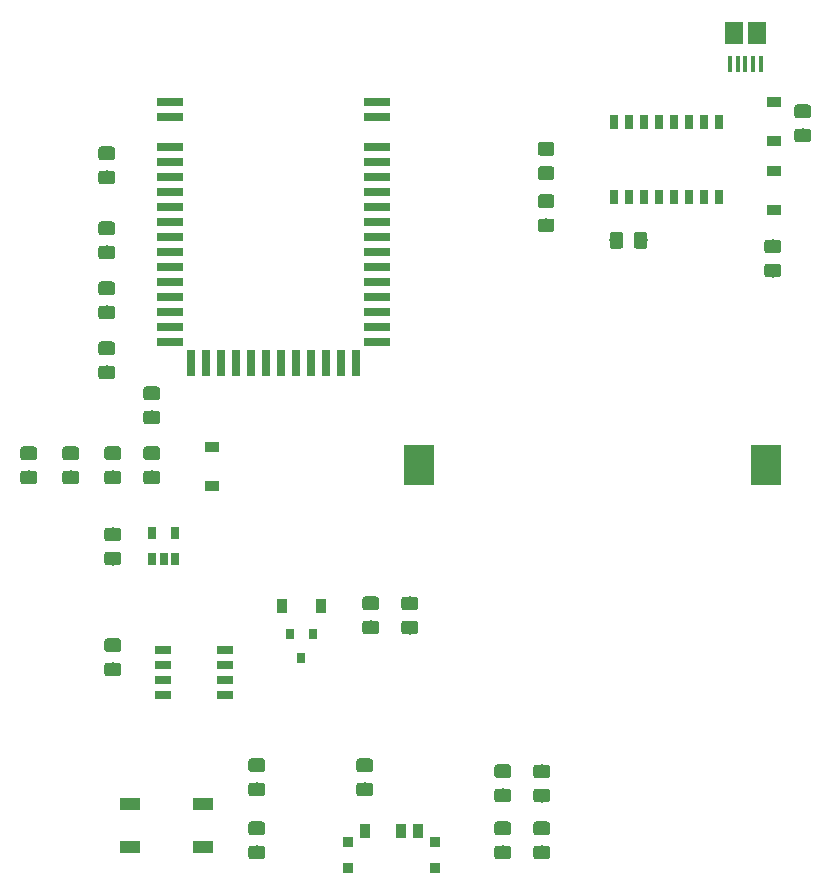
<source format=gbr>
G04 #@! TF.GenerationSoftware,KiCad,Pcbnew,(5.0.0)*
G04 #@! TF.CreationDate,2020-05-30T16:15:12-06:00*
G04 #@! TF.ProjectId,4x4_platform,3478345F706C6174666F726D2E6B6963,rev?*
G04 #@! TF.SameCoordinates,Original*
G04 #@! TF.FileFunction,Paste,Top*
G04 #@! TF.FilePolarity,Positive*
%FSLAX46Y46*%
G04 Gerber Fmt 4.6, Leading zero omitted, Abs format (unit mm)*
G04 Created by KiCad (PCBNEW (5.0.0)) date 05/30/20 16:15:12*
%MOMM*%
%LPD*%
G01*
G04 APERTURE LIST*
%ADD10C,0.100000*%
%ADD11C,1.150000*%
%ADD12R,0.800000X0.900000*%
%ADD13R,0.900000X1.250000*%
%ADD14R,0.900000X0.900000*%
%ADD15R,1.800000X1.100000*%
%ADD16R,0.720000X2.200000*%
%ADD17R,2.200000X0.720000*%
%ADD18R,1.200000X0.900000*%
%ADD19R,0.800000X1.300000*%
%ADD20R,1.500000X1.900000*%
%ADD21R,0.400000X1.350000*%
%ADD22R,0.900000X1.200000*%
%ADD23R,1.450000X0.800000*%
%ADD24R,0.650000X1.060000*%
%ADD25R,2.540000X3.510000*%
G04 APERTURE END LIST*
D10*
G04 #@! TO.C,C1*
G36*
X88104505Y-93651204D02*
X88128773Y-93654804D01*
X88152572Y-93660765D01*
X88175671Y-93669030D01*
X88197850Y-93679520D01*
X88218893Y-93692132D01*
X88238599Y-93706747D01*
X88256777Y-93723223D01*
X88273253Y-93741401D01*
X88287868Y-93761107D01*
X88300480Y-93782150D01*
X88310970Y-93804329D01*
X88319235Y-93827428D01*
X88325196Y-93851227D01*
X88328796Y-93875495D01*
X88330000Y-93899999D01*
X88330000Y-94550001D01*
X88328796Y-94574505D01*
X88325196Y-94598773D01*
X88319235Y-94622572D01*
X88310970Y-94645671D01*
X88300480Y-94667850D01*
X88287868Y-94688893D01*
X88273253Y-94708599D01*
X88256777Y-94726777D01*
X88238599Y-94743253D01*
X88218893Y-94757868D01*
X88197850Y-94770480D01*
X88175671Y-94780970D01*
X88152572Y-94789235D01*
X88128773Y-94795196D01*
X88104505Y-94798796D01*
X88080001Y-94800000D01*
X87179999Y-94800000D01*
X87155495Y-94798796D01*
X87131227Y-94795196D01*
X87107428Y-94789235D01*
X87084329Y-94780970D01*
X87062150Y-94770480D01*
X87041107Y-94757868D01*
X87021401Y-94743253D01*
X87003223Y-94726777D01*
X86986747Y-94708599D01*
X86972132Y-94688893D01*
X86959520Y-94667850D01*
X86949030Y-94645671D01*
X86940765Y-94622572D01*
X86934804Y-94598773D01*
X86931204Y-94574505D01*
X86930000Y-94550001D01*
X86930000Y-93899999D01*
X86931204Y-93875495D01*
X86934804Y-93851227D01*
X86940765Y-93827428D01*
X86949030Y-93804329D01*
X86959520Y-93782150D01*
X86972132Y-93761107D01*
X86986747Y-93741401D01*
X87003223Y-93723223D01*
X87021401Y-93706747D01*
X87041107Y-93692132D01*
X87062150Y-93679520D01*
X87084329Y-93669030D01*
X87107428Y-93660765D01*
X87131227Y-93654804D01*
X87155495Y-93651204D01*
X87179999Y-93650000D01*
X88080001Y-93650000D01*
X88104505Y-93651204D01*
X88104505Y-93651204D01*
G37*
D11*
X87630000Y-94225000D03*
D10*
G36*
X88104505Y-95701204D02*
X88128773Y-95704804D01*
X88152572Y-95710765D01*
X88175671Y-95719030D01*
X88197850Y-95729520D01*
X88218893Y-95742132D01*
X88238599Y-95756747D01*
X88256777Y-95773223D01*
X88273253Y-95791401D01*
X88287868Y-95811107D01*
X88300480Y-95832150D01*
X88310970Y-95854329D01*
X88319235Y-95877428D01*
X88325196Y-95901227D01*
X88328796Y-95925495D01*
X88330000Y-95949999D01*
X88330000Y-96600001D01*
X88328796Y-96624505D01*
X88325196Y-96648773D01*
X88319235Y-96672572D01*
X88310970Y-96695671D01*
X88300480Y-96717850D01*
X88287868Y-96738893D01*
X88273253Y-96758599D01*
X88256777Y-96776777D01*
X88238599Y-96793253D01*
X88218893Y-96807868D01*
X88197850Y-96820480D01*
X88175671Y-96830970D01*
X88152572Y-96839235D01*
X88128773Y-96845196D01*
X88104505Y-96848796D01*
X88080001Y-96850000D01*
X87179999Y-96850000D01*
X87155495Y-96848796D01*
X87131227Y-96845196D01*
X87107428Y-96839235D01*
X87084329Y-96830970D01*
X87062150Y-96820480D01*
X87041107Y-96807868D01*
X87021401Y-96793253D01*
X87003223Y-96776777D01*
X86986747Y-96758599D01*
X86972132Y-96738893D01*
X86959520Y-96717850D01*
X86949030Y-96695671D01*
X86940765Y-96672572D01*
X86934804Y-96648773D01*
X86931204Y-96624505D01*
X86930000Y-96600001D01*
X86930000Y-95949999D01*
X86931204Y-95925495D01*
X86934804Y-95901227D01*
X86940765Y-95877428D01*
X86949030Y-95854329D01*
X86959520Y-95832150D01*
X86972132Y-95811107D01*
X86986747Y-95791401D01*
X87003223Y-95773223D01*
X87021401Y-95756747D01*
X87041107Y-95742132D01*
X87062150Y-95729520D01*
X87084329Y-95719030D01*
X87107428Y-95710765D01*
X87131227Y-95704804D01*
X87155495Y-95701204D01*
X87179999Y-95700000D01*
X88080001Y-95700000D01*
X88104505Y-95701204D01*
X88104505Y-95701204D01*
G37*
D11*
X87630000Y-96275000D03*
G04 #@! TD*
D10*
G04 #@! TO.C,C2*
G36*
X88104505Y-103811204D02*
X88128773Y-103814804D01*
X88152572Y-103820765D01*
X88175671Y-103829030D01*
X88197850Y-103839520D01*
X88218893Y-103852132D01*
X88238599Y-103866747D01*
X88256777Y-103883223D01*
X88273253Y-103901401D01*
X88287868Y-103921107D01*
X88300480Y-103942150D01*
X88310970Y-103964329D01*
X88319235Y-103987428D01*
X88325196Y-104011227D01*
X88328796Y-104035495D01*
X88330000Y-104059999D01*
X88330000Y-104710001D01*
X88328796Y-104734505D01*
X88325196Y-104758773D01*
X88319235Y-104782572D01*
X88310970Y-104805671D01*
X88300480Y-104827850D01*
X88287868Y-104848893D01*
X88273253Y-104868599D01*
X88256777Y-104886777D01*
X88238599Y-104903253D01*
X88218893Y-104917868D01*
X88197850Y-104930480D01*
X88175671Y-104940970D01*
X88152572Y-104949235D01*
X88128773Y-104955196D01*
X88104505Y-104958796D01*
X88080001Y-104960000D01*
X87179999Y-104960000D01*
X87155495Y-104958796D01*
X87131227Y-104955196D01*
X87107428Y-104949235D01*
X87084329Y-104940970D01*
X87062150Y-104930480D01*
X87041107Y-104917868D01*
X87021401Y-104903253D01*
X87003223Y-104886777D01*
X86986747Y-104868599D01*
X86972132Y-104848893D01*
X86959520Y-104827850D01*
X86949030Y-104805671D01*
X86940765Y-104782572D01*
X86934804Y-104758773D01*
X86931204Y-104734505D01*
X86930000Y-104710001D01*
X86930000Y-104059999D01*
X86931204Y-104035495D01*
X86934804Y-104011227D01*
X86940765Y-103987428D01*
X86949030Y-103964329D01*
X86959520Y-103942150D01*
X86972132Y-103921107D01*
X86986747Y-103901401D01*
X87003223Y-103883223D01*
X87021401Y-103866747D01*
X87041107Y-103852132D01*
X87062150Y-103839520D01*
X87084329Y-103829030D01*
X87107428Y-103820765D01*
X87131227Y-103814804D01*
X87155495Y-103811204D01*
X87179999Y-103810000D01*
X88080001Y-103810000D01*
X88104505Y-103811204D01*
X88104505Y-103811204D01*
G37*
D11*
X87630000Y-104385000D03*
D10*
G36*
X88104505Y-105861204D02*
X88128773Y-105864804D01*
X88152572Y-105870765D01*
X88175671Y-105879030D01*
X88197850Y-105889520D01*
X88218893Y-105902132D01*
X88238599Y-105916747D01*
X88256777Y-105933223D01*
X88273253Y-105951401D01*
X88287868Y-105971107D01*
X88300480Y-105992150D01*
X88310970Y-106014329D01*
X88319235Y-106037428D01*
X88325196Y-106061227D01*
X88328796Y-106085495D01*
X88330000Y-106109999D01*
X88330000Y-106760001D01*
X88328796Y-106784505D01*
X88325196Y-106808773D01*
X88319235Y-106832572D01*
X88310970Y-106855671D01*
X88300480Y-106877850D01*
X88287868Y-106898893D01*
X88273253Y-106918599D01*
X88256777Y-106936777D01*
X88238599Y-106953253D01*
X88218893Y-106967868D01*
X88197850Y-106980480D01*
X88175671Y-106990970D01*
X88152572Y-106999235D01*
X88128773Y-107005196D01*
X88104505Y-107008796D01*
X88080001Y-107010000D01*
X87179999Y-107010000D01*
X87155495Y-107008796D01*
X87131227Y-107005196D01*
X87107428Y-106999235D01*
X87084329Y-106990970D01*
X87062150Y-106980480D01*
X87041107Y-106967868D01*
X87021401Y-106953253D01*
X87003223Y-106936777D01*
X86986747Y-106918599D01*
X86972132Y-106898893D01*
X86959520Y-106877850D01*
X86949030Y-106855671D01*
X86940765Y-106832572D01*
X86934804Y-106808773D01*
X86931204Y-106784505D01*
X86930000Y-106760001D01*
X86930000Y-106109999D01*
X86931204Y-106085495D01*
X86934804Y-106061227D01*
X86940765Y-106037428D01*
X86949030Y-106014329D01*
X86959520Y-105992150D01*
X86972132Y-105971107D01*
X86986747Y-105951401D01*
X87003223Y-105933223D01*
X87021401Y-105916747D01*
X87041107Y-105902132D01*
X87062150Y-105889520D01*
X87084329Y-105879030D01*
X87107428Y-105870765D01*
X87131227Y-105864804D01*
X87155495Y-105861204D01*
X87179999Y-105860000D01*
X88080001Y-105860000D01*
X88104505Y-105861204D01*
X88104505Y-105861204D01*
G37*
D11*
X87630000Y-106435000D03*
G04 #@! TD*
D10*
G04 #@! TO.C,C3*
G36*
X91914505Y-109671204D02*
X91938773Y-109674804D01*
X91962572Y-109680765D01*
X91985671Y-109689030D01*
X92007850Y-109699520D01*
X92028893Y-109712132D01*
X92048599Y-109726747D01*
X92066777Y-109743223D01*
X92083253Y-109761401D01*
X92097868Y-109781107D01*
X92110480Y-109802150D01*
X92120970Y-109824329D01*
X92129235Y-109847428D01*
X92135196Y-109871227D01*
X92138796Y-109895495D01*
X92140000Y-109919999D01*
X92140000Y-110570001D01*
X92138796Y-110594505D01*
X92135196Y-110618773D01*
X92129235Y-110642572D01*
X92120970Y-110665671D01*
X92110480Y-110687850D01*
X92097868Y-110708893D01*
X92083253Y-110728599D01*
X92066777Y-110746777D01*
X92048599Y-110763253D01*
X92028893Y-110777868D01*
X92007850Y-110790480D01*
X91985671Y-110800970D01*
X91962572Y-110809235D01*
X91938773Y-110815196D01*
X91914505Y-110818796D01*
X91890001Y-110820000D01*
X90989999Y-110820000D01*
X90965495Y-110818796D01*
X90941227Y-110815196D01*
X90917428Y-110809235D01*
X90894329Y-110800970D01*
X90872150Y-110790480D01*
X90851107Y-110777868D01*
X90831401Y-110763253D01*
X90813223Y-110746777D01*
X90796747Y-110728599D01*
X90782132Y-110708893D01*
X90769520Y-110687850D01*
X90759030Y-110665671D01*
X90750765Y-110642572D01*
X90744804Y-110618773D01*
X90741204Y-110594505D01*
X90740000Y-110570001D01*
X90740000Y-109919999D01*
X90741204Y-109895495D01*
X90744804Y-109871227D01*
X90750765Y-109847428D01*
X90759030Y-109824329D01*
X90769520Y-109802150D01*
X90782132Y-109781107D01*
X90796747Y-109761401D01*
X90813223Y-109743223D01*
X90831401Y-109726747D01*
X90851107Y-109712132D01*
X90872150Y-109699520D01*
X90894329Y-109689030D01*
X90917428Y-109680765D01*
X90941227Y-109674804D01*
X90965495Y-109671204D01*
X90989999Y-109670000D01*
X91890001Y-109670000D01*
X91914505Y-109671204D01*
X91914505Y-109671204D01*
G37*
D11*
X91440000Y-110245000D03*
D10*
G36*
X91914505Y-107621204D02*
X91938773Y-107624804D01*
X91962572Y-107630765D01*
X91985671Y-107639030D01*
X92007850Y-107649520D01*
X92028893Y-107662132D01*
X92048599Y-107676747D01*
X92066777Y-107693223D01*
X92083253Y-107711401D01*
X92097868Y-107731107D01*
X92110480Y-107752150D01*
X92120970Y-107774329D01*
X92129235Y-107797428D01*
X92135196Y-107821227D01*
X92138796Y-107845495D01*
X92140000Y-107869999D01*
X92140000Y-108520001D01*
X92138796Y-108544505D01*
X92135196Y-108568773D01*
X92129235Y-108592572D01*
X92120970Y-108615671D01*
X92110480Y-108637850D01*
X92097868Y-108658893D01*
X92083253Y-108678599D01*
X92066777Y-108696777D01*
X92048599Y-108713253D01*
X92028893Y-108727868D01*
X92007850Y-108740480D01*
X91985671Y-108750970D01*
X91962572Y-108759235D01*
X91938773Y-108765196D01*
X91914505Y-108768796D01*
X91890001Y-108770000D01*
X90989999Y-108770000D01*
X90965495Y-108768796D01*
X90941227Y-108765196D01*
X90917428Y-108759235D01*
X90894329Y-108750970D01*
X90872150Y-108740480D01*
X90851107Y-108727868D01*
X90831401Y-108713253D01*
X90813223Y-108696777D01*
X90796747Y-108678599D01*
X90782132Y-108658893D01*
X90769520Y-108637850D01*
X90759030Y-108615671D01*
X90750765Y-108592572D01*
X90744804Y-108568773D01*
X90741204Y-108544505D01*
X90740000Y-108520001D01*
X90740000Y-107869999D01*
X90741204Y-107845495D01*
X90744804Y-107821227D01*
X90750765Y-107797428D01*
X90759030Y-107774329D01*
X90769520Y-107752150D01*
X90782132Y-107731107D01*
X90796747Y-107711401D01*
X90813223Y-107693223D01*
X90831401Y-107676747D01*
X90851107Y-107662132D01*
X90872150Y-107649520D01*
X90894329Y-107639030D01*
X90917428Y-107630765D01*
X90941227Y-107624804D01*
X90965495Y-107621204D01*
X90989999Y-107620000D01*
X91890001Y-107620000D01*
X91914505Y-107621204D01*
X91914505Y-107621204D01*
G37*
D11*
X91440000Y-108195000D03*
G04 #@! TD*
D10*
G04 #@! TO.C,C4*
G36*
X88104505Y-87301204D02*
X88128773Y-87304804D01*
X88152572Y-87310765D01*
X88175671Y-87319030D01*
X88197850Y-87329520D01*
X88218893Y-87342132D01*
X88238599Y-87356747D01*
X88256777Y-87373223D01*
X88273253Y-87391401D01*
X88287868Y-87411107D01*
X88300480Y-87432150D01*
X88310970Y-87454329D01*
X88319235Y-87477428D01*
X88325196Y-87501227D01*
X88328796Y-87525495D01*
X88330000Y-87549999D01*
X88330000Y-88200001D01*
X88328796Y-88224505D01*
X88325196Y-88248773D01*
X88319235Y-88272572D01*
X88310970Y-88295671D01*
X88300480Y-88317850D01*
X88287868Y-88338893D01*
X88273253Y-88358599D01*
X88256777Y-88376777D01*
X88238599Y-88393253D01*
X88218893Y-88407868D01*
X88197850Y-88420480D01*
X88175671Y-88430970D01*
X88152572Y-88439235D01*
X88128773Y-88445196D01*
X88104505Y-88448796D01*
X88080001Y-88450000D01*
X87179999Y-88450000D01*
X87155495Y-88448796D01*
X87131227Y-88445196D01*
X87107428Y-88439235D01*
X87084329Y-88430970D01*
X87062150Y-88420480D01*
X87041107Y-88407868D01*
X87021401Y-88393253D01*
X87003223Y-88376777D01*
X86986747Y-88358599D01*
X86972132Y-88338893D01*
X86959520Y-88317850D01*
X86949030Y-88295671D01*
X86940765Y-88272572D01*
X86934804Y-88248773D01*
X86931204Y-88224505D01*
X86930000Y-88200001D01*
X86930000Y-87549999D01*
X86931204Y-87525495D01*
X86934804Y-87501227D01*
X86940765Y-87477428D01*
X86949030Y-87454329D01*
X86959520Y-87432150D01*
X86972132Y-87411107D01*
X86986747Y-87391401D01*
X87003223Y-87373223D01*
X87021401Y-87356747D01*
X87041107Y-87342132D01*
X87062150Y-87329520D01*
X87084329Y-87319030D01*
X87107428Y-87310765D01*
X87131227Y-87304804D01*
X87155495Y-87301204D01*
X87179999Y-87300000D01*
X88080001Y-87300000D01*
X88104505Y-87301204D01*
X88104505Y-87301204D01*
G37*
D11*
X87630000Y-87875000D03*
D10*
G36*
X88104505Y-89351204D02*
X88128773Y-89354804D01*
X88152572Y-89360765D01*
X88175671Y-89369030D01*
X88197850Y-89379520D01*
X88218893Y-89392132D01*
X88238599Y-89406747D01*
X88256777Y-89423223D01*
X88273253Y-89441401D01*
X88287868Y-89461107D01*
X88300480Y-89482150D01*
X88310970Y-89504329D01*
X88319235Y-89527428D01*
X88325196Y-89551227D01*
X88328796Y-89575495D01*
X88330000Y-89599999D01*
X88330000Y-90250001D01*
X88328796Y-90274505D01*
X88325196Y-90298773D01*
X88319235Y-90322572D01*
X88310970Y-90345671D01*
X88300480Y-90367850D01*
X88287868Y-90388893D01*
X88273253Y-90408599D01*
X88256777Y-90426777D01*
X88238599Y-90443253D01*
X88218893Y-90457868D01*
X88197850Y-90470480D01*
X88175671Y-90480970D01*
X88152572Y-90489235D01*
X88128773Y-90495196D01*
X88104505Y-90498796D01*
X88080001Y-90500000D01*
X87179999Y-90500000D01*
X87155495Y-90498796D01*
X87131227Y-90495196D01*
X87107428Y-90489235D01*
X87084329Y-90480970D01*
X87062150Y-90470480D01*
X87041107Y-90457868D01*
X87021401Y-90443253D01*
X87003223Y-90426777D01*
X86986747Y-90408599D01*
X86972132Y-90388893D01*
X86959520Y-90367850D01*
X86949030Y-90345671D01*
X86940765Y-90322572D01*
X86934804Y-90298773D01*
X86931204Y-90274505D01*
X86930000Y-90250001D01*
X86930000Y-89599999D01*
X86931204Y-89575495D01*
X86934804Y-89551227D01*
X86940765Y-89527428D01*
X86949030Y-89504329D01*
X86959520Y-89482150D01*
X86972132Y-89461107D01*
X86986747Y-89441401D01*
X87003223Y-89423223D01*
X87021401Y-89406747D01*
X87041107Y-89392132D01*
X87062150Y-89379520D01*
X87084329Y-89369030D01*
X87107428Y-89360765D01*
X87131227Y-89354804D01*
X87155495Y-89351204D01*
X87179999Y-89350000D01*
X88080001Y-89350000D01*
X88104505Y-89351204D01*
X88104505Y-89351204D01*
G37*
D11*
X87630000Y-89925000D03*
G04 #@! TD*
D10*
G04 #@! TO.C,L1*
G36*
X88104505Y-98731204D02*
X88128773Y-98734804D01*
X88152572Y-98740765D01*
X88175671Y-98749030D01*
X88197850Y-98759520D01*
X88218893Y-98772132D01*
X88238599Y-98786747D01*
X88256777Y-98803223D01*
X88273253Y-98821401D01*
X88287868Y-98841107D01*
X88300480Y-98862150D01*
X88310970Y-98884329D01*
X88319235Y-98907428D01*
X88325196Y-98931227D01*
X88328796Y-98955495D01*
X88330000Y-98979999D01*
X88330000Y-99630001D01*
X88328796Y-99654505D01*
X88325196Y-99678773D01*
X88319235Y-99702572D01*
X88310970Y-99725671D01*
X88300480Y-99747850D01*
X88287868Y-99768893D01*
X88273253Y-99788599D01*
X88256777Y-99806777D01*
X88238599Y-99823253D01*
X88218893Y-99837868D01*
X88197850Y-99850480D01*
X88175671Y-99860970D01*
X88152572Y-99869235D01*
X88128773Y-99875196D01*
X88104505Y-99878796D01*
X88080001Y-99880000D01*
X87179999Y-99880000D01*
X87155495Y-99878796D01*
X87131227Y-99875196D01*
X87107428Y-99869235D01*
X87084329Y-99860970D01*
X87062150Y-99850480D01*
X87041107Y-99837868D01*
X87021401Y-99823253D01*
X87003223Y-99806777D01*
X86986747Y-99788599D01*
X86972132Y-99768893D01*
X86959520Y-99747850D01*
X86949030Y-99725671D01*
X86940765Y-99702572D01*
X86934804Y-99678773D01*
X86931204Y-99654505D01*
X86930000Y-99630001D01*
X86930000Y-98979999D01*
X86931204Y-98955495D01*
X86934804Y-98931227D01*
X86940765Y-98907428D01*
X86949030Y-98884329D01*
X86959520Y-98862150D01*
X86972132Y-98841107D01*
X86986747Y-98821401D01*
X87003223Y-98803223D01*
X87021401Y-98786747D01*
X87041107Y-98772132D01*
X87062150Y-98759520D01*
X87084329Y-98749030D01*
X87107428Y-98740765D01*
X87131227Y-98734804D01*
X87155495Y-98731204D01*
X87179999Y-98730000D01*
X88080001Y-98730000D01*
X88104505Y-98731204D01*
X88104505Y-98731204D01*
G37*
D11*
X87630000Y-99305000D03*
D10*
G36*
X88104505Y-100781204D02*
X88128773Y-100784804D01*
X88152572Y-100790765D01*
X88175671Y-100799030D01*
X88197850Y-100809520D01*
X88218893Y-100822132D01*
X88238599Y-100836747D01*
X88256777Y-100853223D01*
X88273253Y-100871401D01*
X88287868Y-100891107D01*
X88300480Y-100912150D01*
X88310970Y-100934329D01*
X88319235Y-100957428D01*
X88325196Y-100981227D01*
X88328796Y-101005495D01*
X88330000Y-101029999D01*
X88330000Y-101680001D01*
X88328796Y-101704505D01*
X88325196Y-101728773D01*
X88319235Y-101752572D01*
X88310970Y-101775671D01*
X88300480Y-101797850D01*
X88287868Y-101818893D01*
X88273253Y-101838599D01*
X88256777Y-101856777D01*
X88238599Y-101873253D01*
X88218893Y-101887868D01*
X88197850Y-101900480D01*
X88175671Y-101910970D01*
X88152572Y-101919235D01*
X88128773Y-101925196D01*
X88104505Y-101928796D01*
X88080001Y-101930000D01*
X87179999Y-101930000D01*
X87155495Y-101928796D01*
X87131227Y-101925196D01*
X87107428Y-101919235D01*
X87084329Y-101910970D01*
X87062150Y-101900480D01*
X87041107Y-101887868D01*
X87021401Y-101873253D01*
X87003223Y-101856777D01*
X86986747Y-101838599D01*
X86972132Y-101818893D01*
X86959520Y-101797850D01*
X86949030Y-101775671D01*
X86940765Y-101752572D01*
X86934804Y-101728773D01*
X86931204Y-101704505D01*
X86930000Y-101680001D01*
X86930000Y-101029999D01*
X86931204Y-101005495D01*
X86934804Y-100981227D01*
X86940765Y-100957428D01*
X86949030Y-100934329D01*
X86959520Y-100912150D01*
X86972132Y-100891107D01*
X86986747Y-100871401D01*
X87003223Y-100853223D01*
X87021401Y-100836747D01*
X87041107Y-100822132D01*
X87062150Y-100809520D01*
X87084329Y-100799030D01*
X87107428Y-100790765D01*
X87131227Y-100784804D01*
X87155495Y-100781204D01*
X87179999Y-100780000D01*
X88080001Y-100780000D01*
X88104505Y-100781204D01*
X88104505Y-100781204D01*
G37*
D11*
X87630000Y-101355000D03*
G04 #@! TD*
D12*
G04 #@! TO.C,Q1*
X105074000Y-128606000D03*
X103174000Y-128606000D03*
X104124000Y-130606000D03*
G04 #@! TD*
D10*
G04 #@! TO.C,R1*
G36*
X91914505Y-114742204D02*
X91938773Y-114745804D01*
X91962572Y-114751765D01*
X91985671Y-114760030D01*
X92007850Y-114770520D01*
X92028893Y-114783132D01*
X92048599Y-114797747D01*
X92066777Y-114814223D01*
X92083253Y-114832401D01*
X92097868Y-114852107D01*
X92110480Y-114873150D01*
X92120970Y-114895329D01*
X92129235Y-114918428D01*
X92135196Y-114942227D01*
X92138796Y-114966495D01*
X92140000Y-114990999D01*
X92140000Y-115641001D01*
X92138796Y-115665505D01*
X92135196Y-115689773D01*
X92129235Y-115713572D01*
X92120970Y-115736671D01*
X92110480Y-115758850D01*
X92097868Y-115779893D01*
X92083253Y-115799599D01*
X92066777Y-115817777D01*
X92048599Y-115834253D01*
X92028893Y-115848868D01*
X92007850Y-115861480D01*
X91985671Y-115871970D01*
X91962572Y-115880235D01*
X91938773Y-115886196D01*
X91914505Y-115889796D01*
X91890001Y-115891000D01*
X90989999Y-115891000D01*
X90965495Y-115889796D01*
X90941227Y-115886196D01*
X90917428Y-115880235D01*
X90894329Y-115871970D01*
X90872150Y-115861480D01*
X90851107Y-115848868D01*
X90831401Y-115834253D01*
X90813223Y-115817777D01*
X90796747Y-115799599D01*
X90782132Y-115779893D01*
X90769520Y-115758850D01*
X90759030Y-115736671D01*
X90750765Y-115713572D01*
X90744804Y-115689773D01*
X90741204Y-115665505D01*
X90740000Y-115641001D01*
X90740000Y-114990999D01*
X90741204Y-114966495D01*
X90744804Y-114942227D01*
X90750765Y-114918428D01*
X90759030Y-114895329D01*
X90769520Y-114873150D01*
X90782132Y-114852107D01*
X90796747Y-114832401D01*
X90813223Y-114814223D01*
X90831401Y-114797747D01*
X90851107Y-114783132D01*
X90872150Y-114770520D01*
X90894329Y-114760030D01*
X90917428Y-114751765D01*
X90941227Y-114745804D01*
X90965495Y-114742204D01*
X90989999Y-114741000D01*
X91890001Y-114741000D01*
X91914505Y-114742204D01*
X91914505Y-114742204D01*
G37*
D11*
X91440000Y-115316000D03*
D10*
G36*
X91914505Y-112692204D02*
X91938773Y-112695804D01*
X91962572Y-112701765D01*
X91985671Y-112710030D01*
X92007850Y-112720520D01*
X92028893Y-112733132D01*
X92048599Y-112747747D01*
X92066777Y-112764223D01*
X92083253Y-112782401D01*
X92097868Y-112802107D01*
X92110480Y-112823150D01*
X92120970Y-112845329D01*
X92129235Y-112868428D01*
X92135196Y-112892227D01*
X92138796Y-112916495D01*
X92140000Y-112940999D01*
X92140000Y-113591001D01*
X92138796Y-113615505D01*
X92135196Y-113639773D01*
X92129235Y-113663572D01*
X92120970Y-113686671D01*
X92110480Y-113708850D01*
X92097868Y-113729893D01*
X92083253Y-113749599D01*
X92066777Y-113767777D01*
X92048599Y-113784253D01*
X92028893Y-113798868D01*
X92007850Y-113811480D01*
X91985671Y-113821970D01*
X91962572Y-113830235D01*
X91938773Y-113836196D01*
X91914505Y-113839796D01*
X91890001Y-113841000D01*
X90989999Y-113841000D01*
X90965495Y-113839796D01*
X90941227Y-113836196D01*
X90917428Y-113830235D01*
X90894329Y-113821970D01*
X90872150Y-113811480D01*
X90851107Y-113798868D01*
X90831401Y-113784253D01*
X90813223Y-113767777D01*
X90796747Y-113749599D01*
X90782132Y-113729893D01*
X90769520Y-113708850D01*
X90759030Y-113686671D01*
X90750765Y-113663572D01*
X90744804Y-113639773D01*
X90741204Y-113615505D01*
X90740000Y-113591001D01*
X90740000Y-112940999D01*
X90741204Y-112916495D01*
X90744804Y-112892227D01*
X90750765Y-112868428D01*
X90759030Y-112845329D01*
X90769520Y-112823150D01*
X90782132Y-112802107D01*
X90796747Y-112782401D01*
X90813223Y-112764223D01*
X90831401Y-112747747D01*
X90851107Y-112733132D01*
X90872150Y-112720520D01*
X90894329Y-112710030D01*
X90917428Y-112701765D01*
X90941227Y-112695804D01*
X90965495Y-112692204D01*
X90989999Y-112691000D01*
X91890001Y-112691000D01*
X91914505Y-112692204D01*
X91914505Y-112692204D01*
G37*
D11*
X91440000Y-113266000D03*
G04 #@! TD*
D13*
G04 #@! TO.C,SW1*
X112510000Y-145245000D03*
X114010000Y-145245000D03*
X109510000Y-145245000D03*
D14*
X108060000Y-148420000D03*
X108060000Y-146220000D03*
X115460000Y-146220000D03*
X115460000Y-148420000D03*
G04 #@! TD*
D15*
G04 #@! TO.C,SW2*
X95810000Y-146630000D03*
X89610000Y-146630000D03*
X95810000Y-142930000D03*
X89610000Y-142930000D03*
G04 #@! TD*
D16*
G04 #@! TO.C,U1*
X108712000Y-105664000D03*
X107442000Y-105664000D03*
X106172000Y-105664000D03*
X104902000Y-105664000D03*
X103632000Y-105664000D03*
X102362000Y-105664000D03*
X101092000Y-105664000D03*
X99822000Y-105664000D03*
X98552000Y-105664000D03*
X97282000Y-105664000D03*
X96012000Y-105664000D03*
X94742000Y-105664000D03*
D17*
X110490000Y-103886000D03*
X110490000Y-102616000D03*
X110490000Y-101346000D03*
X110490000Y-100076000D03*
X110490000Y-98806000D03*
X110490000Y-97536000D03*
X110490000Y-96266000D03*
X110490000Y-94996000D03*
X110490000Y-93726000D03*
X110490000Y-92456000D03*
X110490000Y-91186000D03*
X110490000Y-89916000D03*
X110490000Y-88646000D03*
X110490000Y-87376000D03*
X110490000Y-84836000D03*
X110490000Y-83566000D03*
X92964000Y-83566000D03*
X92964000Y-84836000D03*
X92964000Y-87376000D03*
X92964000Y-88646000D03*
X92964000Y-89916000D03*
X92964000Y-91186000D03*
X92964000Y-92456000D03*
X92964000Y-93726000D03*
X92964000Y-94996000D03*
X92964000Y-96266000D03*
X92964000Y-97536000D03*
X92964000Y-98806000D03*
X92964000Y-100076000D03*
X92964000Y-101346000D03*
X92964000Y-102616000D03*
X92964000Y-103886000D03*
G04 #@! TD*
D10*
G04 #@! TO.C,D1*
G36*
X124934505Y-146501204D02*
X124958773Y-146504804D01*
X124982572Y-146510765D01*
X125005671Y-146519030D01*
X125027850Y-146529520D01*
X125048893Y-146542132D01*
X125068599Y-146556747D01*
X125086777Y-146573223D01*
X125103253Y-146591401D01*
X125117868Y-146611107D01*
X125130480Y-146632150D01*
X125140970Y-146654329D01*
X125149235Y-146677428D01*
X125155196Y-146701227D01*
X125158796Y-146725495D01*
X125160000Y-146749999D01*
X125160000Y-147400001D01*
X125158796Y-147424505D01*
X125155196Y-147448773D01*
X125149235Y-147472572D01*
X125140970Y-147495671D01*
X125130480Y-147517850D01*
X125117868Y-147538893D01*
X125103253Y-147558599D01*
X125086777Y-147576777D01*
X125068599Y-147593253D01*
X125048893Y-147607868D01*
X125027850Y-147620480D01*
X125005671Y-147630970D01*
X124982572Y-147639235D01*
X124958773Y-147645196D01*
X124934505Y-147648796D01*
X124910001Y-147650000D01*
X124009999Y-147650000D01*
X123985495Y-147648796D01*
X123961227Y-147645196D01*
X123937428Y-147639235D01*
X123914329Y-147630970D01*
X123892150Y-147620480D01*
X123871107Y-147607868D01*
X123851401Y-147593253D01*
X123833223Y-147576777D01*
X123816747Y-147558599D01*
X123802132Y-147538893D01*
X123789520Y-147517850D01*
X123779030Y-147495671D01*
X123770765Y-147472572D01*
X123764804Y-147448773D01*
X123761204Y-147424505D01*
X123760000Y-147400001D01*
X123760000Y-146749999D01*
X123761204Y-146725495D01*
X123764804Y-146701227D01*
X123770765Y-146677428D01*
X123779030Y-146654329D01*
X123789520Y-146632150D01*
X123802132Y-146611107D01*
X123816747Y-146591401D01*
X123833223Y-146573223D01*
X123851401Y-146556747D01*
X123871107Y-146542132D01*
X123892150Y-146529520D01*
X123914329Y-146519030D01*
X123937428Y-146510765D01*
X123961227Y-146504804D01*
X123985495Y-146501204D01*
X124009999Y-146500000D01*
X124910001Y-146500000D01*
X124934505Y-146501204D01*
X124934505Y-146501204D01*
G37*
D11*
X124460000Y-147075000D03*
D10*
G36*
X124934505Y-144451204D02*
X124958773Y-144454804D01*
X124982572Y-144460765D01*
X125005671Y-144469030D01*
X125027850Y-144479520D01*
X125048893Y-144492132D01*
X125068599Y-144506747D01*
X125086777Y-144523223D01*
X125103253Y-144541401D01*
X125117868Y-144561107D01*
X125130480Y-144582150D01*
X125140970Y-144604329D01*
X125149235Y-144627428D01*
X125155196Y-144651227D01*
X125158796Y-144675495D01*
X125160000Y-144699999D01*
X125160000Y-145350001D01*
X125158796Y-145374505D01*
X125155196Y-145398773D01*
X125149235Y-145422572D01*
X125140970Y-145445671D01*
X125130480Y-145467850D01*
X125117868Y-145488893D01*
X125103253Y-145508599D01*
X125086777Y-145526777D01*
X125068599Y-145543253D01*
X125048893Y-145557868D01*
X125027850Y-145570480D01*
X125005671Y-145580970D01*
X124982572Y-145589235D01*
X124958773Y-145595196D01*
X124934505Y-145598796D01*
X124910001Y-145600000D01*
X124009999Y-145600000D01*
X123985495Y-145598796D01*
X123961227Y-145595196D01*
X123937428Y-145589235D01*
X123914329Y-145580970D01*
X123892150Y-145570480D01*
X123871107Y-145557868D01*
X123851401Y-145543253D01*
X123833223Y-145526777D01*
X123816747Y-145508599D01*
X123802132Y-145488893D01*
X123789520Y-145467850D01*
X123779030Y-145445671D01*
X123770765Y-145422572D01*
X123764804Y-145398773D01*
X123761204Y-145374505D01*
X123760000Y-145350001D01*
X123760000Y-144699999D01*
X123761204Y-144675495D01*
X123764804Y-144651227D01*
X123770765Y-144627428D01*
X123779030Y-144604329D01*
X123789520Y-144582150D01*
X123802132Y-144561107D01*
X123816747Y-144541401D01*
X123833223Y-144523223D01*
X123851401Y-144506747D01*
X123871107Y-144492132D01*
X123892150Y-144479520D01*
X123914329Y-144469030D01*
X123937428Y-144460765D01*
X123961227Y-144454804D01*
X123985495Y-144451204D01*
X124009999Y-144450000D01*
X124910001Y-144450000D01*
X124934505Y-144451204D01*
X124934505Y-144451204D01*
G37*
D11*
X124460000Y-145025000D03*
G04 #@! TD*
D10*
G04 #@! TO.C,D2*
G36*
X121632505Y-144451204D02*
X121656773Y-144454804D01*
X121680572Y-144460765D01*
X121703671Y-144469030D01*
X121725850Y-144479520D01*
X121746893Y-144492132D01*
X121766599Y-144506747D01*
X121784777Y-144523223D01*
X121801253Y-144541401D01*
X121815868Y-144561107D01*
X121828480Y-144582150D01*
X121838970Y-144604329D01*
X121847235Y-144627428D01*
X121853196Y-144651227D01*
X121856796Y-144675495D01*
X121858000Y-144699999D01*
X121858000Y-145350001D01*
X121856796Y-145374505D01*
X121853196Y-145398773D01*
X121847235Y-145422572D01*
X121838970Y-145445671D01*
X121828480Y-145467850D01*
X121815868Y-145488893D01*
X121801253Y-145508599D01*
X121784777Y-145526777D01*
X121766599Y-145543253D01*
X121746893Y-145557868D01*
X121725850Y-145570480D01*
X121703671Y-145580970D01*
X121680572Y-145589235D01*
X121656773Y-145595196D01*
X121632505Y-145598796D01*
X121608001Y-145600000D01*
X120707999Y-145600000D01*
X120683495Y-145598796D01*
X120659227Y-145595196D01*
X120635428Y-145589235D01*
X120612329Y-145580970D01*
X120590150Y-145570480D01*
X120569107Y-145557868D01*
X120549401Y-145543253D01*
X120531223Y-145526777D01*
X120514747Y-145508599D01*
X120500132Y-145488893D01*
X120487520Y-145467850D01*
X120477030Y-145445671D01*
X120468765Y-145422572D01*
X120462804Y-145398773D01*
X120459204Y-145374505D01*
X120458000Y-145350001D01*
X120458000Y-144699999D01*
X120459204Y-144675495D01*
X120462804Y-144651227D01*
X120468765Y-144627428D01*
X120477030Y-144604329D01*
X120487520Y-144582150D01*
X120500132Y-144561107D01*
X120514747Y-144541401D01*
X120531223Y-144523223D01*
X120549401Y-144506747D01*
X120569107Y-144492132D01*
X120590150Y-144479520D01*
X120612329Y-144469030D01*
X120635428Y-144460765D01*
X120659227Y-144454804D01*
X120683495Y-144451204D01*
X120707999Y-144450000D01*
X121608001Y-144450000D01*
X121632505Y-144451204D01*
X121632505Y-144451204D01*
G37*
D11*
X121158000Y-145025000D03*
D10*
G36*
X121632505Y-146501204D02*
X121656773Y-146504804D01*
X121680572Y-146510765D01*
X121703671Y-146519030D01*
X121725850Y-146529520D01*
X121746893Y-146542132D01*
X121766599Y-146556747D01*
X121784777Y-146573223D01*
X121801253Y-146591401D01*
X121815868Y-146611107D01*
X121828480Y-146632150D01*
X121838970Y-146654329D01*
X121847235Y-146677428D01*
X121853196Y-146701227D01*
X121856796Y-146725495D01*
X121858000Y-146749999D01*
X121858000Y-147400001D01*
X121856796Y-147424505D01*
X121853196Y-147448773D01*
X121847235Y-147472572D01*
X121838970Y-147495671D01*
X121828480Y-147517850D01*
X121815868Y-147538893D01*
X121801253Y-147558599D01*
X121784777Y-147576777D01*
X121766599Y-147593253D01*
X121746893Y-147607868D01*
X121725850Y-147620480D01*
X121703671Y-147630970D01*
X121680572Y-147639235D01*
X121656773Y-147645196D01*
X121632505Y-147648796D01*
X121608001Y-147650000D01*
X120707999Y-147650000D01*
X120683495Y-147648796D01*
X120659227Y-147645196D01*
X120635428Y-147639235D01*
X120612329Y-147630970D01*
X120590150Y-147620480D01*
X120569107Y-147607868D01*
X120549401Y-147593253D01*
X120531223Y-147576777D01*
X120514747Y-147558599D01*
X120500132Y-147538893D01*
X120487520Y-147517850D01*
X120477030Y-147495671D01*
X120468765Y-147472572D01*
X120462804Y-147448773D01*
X120459204Y-147424505D01*
X120458000Y-147400001D01*
X120458000Y-146749999D01*
X120459204Y-146725495D01*
X120462804Y-146701227D01*
X120468765Y-146677428D01*
X120477030Y-146654329D01*
X120487520Y-146632150D01*
X120500132Y-146611107D01*
X120514747Y-146591401D01*
X120531223Y-146573223D01*
X120549401Y-146556747D01*
X120569107Y-146542132D01*
X120590150Y-146529520D01*
X120612329Y-146519030D01*
X120635428Y-146510765D01*
X120659227Y-146504804D01*
X120683495Y-146501204D01*
X120707999Y-146500000D01*
X121608001Y-146500000D01*
X121632505Y-146501204D01*
X121632505Y-146501204D01*
G37*
D11*
X121158000Y-147075000D03*
G04 #@! TD*
D10*
G04 #@! TO.C,R2*
G36*
X124934505Y-139634203D02*
X124958773Y-139637803D01*
X124982572Y-139643764D01*
X125005671Y-139652029D01*
X125027850Y-139662519D01*
X125048893Y-139675131D01*
X125068599Y-139689746D01*
X125086777Y-139706222D01*
X125103253Y-139724400D01*
X125117868Y-139744106D01*
X125130480Y-139765149D01*
X125140970Y-139787328D01*
X125149235Y-139810427D01*
X125155196Y-139834226D01*
X125158796Y-139858494D01*
X125160000Y-139882998D01*
X125160000Y-140533000D01*
X125158796Y-140557504D01*
X125155196Y-140581772D01*
X125149235Y-140605571D01*
X125140970Y-140628670D01*
X125130480Y-140650849D01*
X125117868Y-140671892D01*
X125103253Y-140691598D01*
X125086777Y-140709776D01*
X125068599Y-140726252D01*
X125048893Y-140740867D01*
X125027850Y-140753479D01*
X125005671Y-140763969D01*
X124982572Y-140772234D01*
X124958773Y-140778195D01*
X124934505Y-140781795D01*
X124910001Y-140782999D01*
X124009999Y-140782999D01*
X123985495Y-140781795D01*
X123961227Y-140778195D01*
X123937428Y-140772234D01*
X123914329Y-140763969D01*
X123892150Y-140753479D01*
X123871107Y-140740867D01*
X123851401Y-140726252D01*
X123833223Y-140709776D01*
X123816747Y-140691598D01*
X123802132Y-140671892D01*
X123789520Y-140650849D01*
X123779030Y-140628670D01*
X123770765Y-140605571D01*
X123764804Y-140581772D01*
X123761204Y-140557504D01*
X123760000Y-140533000D01*
X123760000Y-139882998D01*
X123761204Y-139858494D01*
X123764804Y-139834226D01*
X123770765Y-139810427D01*
X123779030Y-139787328D01*
X123789520Y-139765149D01*
X123802132Y-139744106D01*
X123816747Y-139724400D01*
X123833223Y-139706222D01*
X123851401Y-139689746D01*
X123871107Y-139675131D01*
X123892150Y-139662519D01*
X123914329Y-139652029D01*
X123937428Y-139643764D01*
X123961227Y-139637803D01*
X123985495Y-139634203D01*
X124009999Y-139632999D01*
X124910001Y-139632999D01*
X124934505Y-139634203D01*
X124934505Y-139634203D01*
G37*
D11*
X124460000Y-140207999D03*
D10*
G36*
X124934505Y-141684203D02*
X124958773Y-141687803D01*
X124982572Y-141693764D01*
X125005671Y-141702029D01*
X125027850Y-141712519D01*
X125048893Y-141725131D01*
X125068599Y-141739746D01*
X125086777Y-141756222D01*
X125103253Y-141774400D01*
X125117868Y-141794106D01*
X125130480Y-141815149D01*
X125140970Y-141837328D01*
X125149235Y-141860427D01*
X125155196Y-141884226D01*
X125158796Y-141908494D01*
X125160000Y-141932998D01*
X125160000Y-142583000D01*
X125158796Y-142607504D01*
X125155196Y-142631772D01*
X125149235Y-142655571D01*
X125140970Y-142678670D01*
X125130480Y-142700849D01*
X125117868Y-142721892D01*
X125103253Y-142741598D01*
X125086777Y-142759776D01*
X125068599Y-142776252D01*
X125048893Y-142790867D01*
X125027850Y-142803479D01*
X125005671Y-142813969D01*
X124982572Y-142822234D01*
X124958773Y-142828195D01*
X124934505Y-142831795D01*
X124910001Y-142832999D01*
X124009999Y-142832999D01*
X123985495Y-142831795D01*
X123961227Y-142828195D01*
X123937428Y-142822234D01*
X123914329Y-142813969D01*
X123892150Y-142803479D01*
X123871107Y-142790867D01*
X123851401Y-142776252D01*
X123833223Y-142759776D01*
X123816747Y-142741598D01*
X123802132Y-142721892D01*
X123789520Y-142700849D01*
X123779030Y-142678670D01*
X123770765Y-142655571D01*
X123764804Y-142631772D01*
X123761204Y-142607504D01*
X123760000Y-142583000D01*
X123760000Y-141932998D01*
X123761204Y-141908494D01*
X123764804Y-141884226D01*
X123770765Y-141860427D01*
X123779030Y-141837328D01*
X123789520Y-141815149D01*
X123802132Y-141794106D01*
X123816747Y-141774400D01*
X123833223Y-141756222D01*
X123851401Y-141739746D01*
X123871107Y-141725131D01*
X123892150Y-141712519D01*
X123914329Y-141702029D01*
X123937428Y-141693764D01*
X123961227Y-141687803D01*
X123985495Y-141684203D01*
X124009999Y-141682999D01*
X124910001Y-141682999D01*
X124934505Y-141684203D01*
X124934505Y-141684203D01*
G37*
D11*
X124460000Y-142257999D03*
G04 #@! TD*
D10*
G04 #@! TO.C,R3*
G36*
X121632505Y-141666205D02*
X121656773Y-141669805D01*
X121680572Y-141675766D01*
X121703671Y-141684031D01*
X121725850Y-141694521D01*
X121746893Y-141707133D01*
X121766599Y-141721748D01*
X121784777Y-141738224D01*
X121801253Y-141756402D01*
X121815868Y-141776108D01*
X121828480Y-141797151D01*
X121838970Y-141819330D01*
X121847235Y-141842429D01*
X121853196Y-141866228D01*
X121856796Y-141890496D01*
X121858000Y-141915000D01*
X121858000Y-142565002D01*
X121856796Y-142589506D01*
X121853196Y-142613774D01*
X121847235Y-142637573D01*
X121838970Y-142660672D01*
X121828480Y-142682851D01*
X121815868Y-142703894D01*
X121801253Y-142723600D01*
X121784777Y-142741778D01*
X121766599Y-142758254D01*
X121746893Y-142772869D01*
X121725850Y-142785481D01*
X121703671Y-142795971D01*
X121680572Y-142804236D01*
X121656773Y-142810197D01*
X121632505Y-142813797D01*
X121608001Y-142815001D01*
X120707999Y-142815001D01*
X120683495Y-142813797D01*
X120659227Y-142810197D01*
X120635428Y-142804236D01*
X120612329Y-142795971D01*
X120590150Y-142785481D01*
X120569107Y-142772869D01*
X120549401Y-142758254D01*
X120531223Y-142741778D01*
X120514747Y-142723600D01*
X120500132Y-142703894D01*
X120487520Y-142682851D01*
X120477030Y-142660672D01*
X120468765Y-142637573D01*
X120462804Y-142613774D01*
X120459204Y-142589506D01*
X120458000Y-142565002D01*
X120458000Y-141915000D01*
X120459204Y-141890496D01*
X120462804Y-141866228D01*
X120468765Y-141842429D01*
X120477030Y-141819330D01*
X120487520Y-141797151D01*
X120500132Y-141776108D01*
X120514747Y-141756402D01*
X120531223Y-141738224D01*
X120549401Y-141721748D01*
X120569107Y-141707133D01*
X120590150Y-141694521D01*
X120612329Y-141684031D01*
X120635428Y-141675766D01*
X120659227Y-141669805D01*
X120683495Y-141666205D01*
X120707999Y-141665001D01*
X121608001Y-141665001D01*
X121632505Y-141666205D01*
X121632505Y-141666205D01*
G37*
D11*
X121158000Y-142240001D03*
D10*
G36*
X121632505Y-139616205D02*
X121656773Y-139619805D01*
X121680572Y-139625766D01*
X121703671Y-139634031D01*
X121725850Y-139644521D01*
X121746893Y-139657133D01*
X121766599Y-139671748D01*
X121784777Y-139688224D01*
X121801253Y-139706402D01*
X121815868Y-139726108D01*
X121828480Y-139747151D01*
X121838970Y-139769330D01*
X121847235Y-139792429D01*
X121853196Y-139816228D01*
X121856796Y-139840496D01*
X121858000Y-139865000D01*
X121858000Y-140515002D01*
X121856796Y-140539506D01*
X121853196Y-140563774D01*
X121847235Y-140587573D01*
X121838970Y-140610672D01*
X121828480Y-140632851D01*
X121815868Y-140653894D01*
X121801253Y-140673600D01*
X121784777Y-140691778D01*
X121766599Y-140708254D01*
X121746893Y-140722869D01*
X121725850Y-140735481D01*
X121703671Y-140745971D01*
X121680572Y-140754236D01*
X121656773Y-140760197D01*
X121632505Y-140763797D01*
X121608001Y-140765001D01*
X120707999Y-140765001D01*
X120683495Y-140763797D01*
X120659227Y-140760197D01*
X120635428Y-140754236D01*
X120612329Y-140745971D01*
X120590150Y-140735481D01*
X120569107Y-140722869D01*
X120549401Y-140708254D01*
X120531223Y-140691778D01*
X120514747Y-140673600D01*
X120500132Y-140653894D01*
X120487520Y-140632851D01*
X120477030Y-140610672D01*
X120468765Y-140587573D01*
X120462804Y-140563774D01*
X120459204Y-140539506D01*
X120458000Y-140515002D01*
X120458000Y-139865000D01*
X120459204Y-139840496D01*
X120462804Y-139816228D01*
X120468765Y-139792429D01*
X120477030Y-139769330D01*
X120487520Y-139747151D01*
X120500132Y-139726108D01*
X120514747Y-139706402D01*
X120531223Y-139688224D01*
X120549401Y-139671748D01*
X120569107Y-139657133D01*
X120590150Y-139644521D01*
X120612329Y-139634031D01*
X120635428Y-139625766D01*
X120659227Y-139619805D01*
X120683495Y-139616205D01*
X120707999Y-139615001D01*
X121608001Y-139615001D01*
X121632505Y-139616205D01*
X121632505Y-139616205D01*
G37*
D11*
X121158000Y-140190001D03*
G04 #@! TD*
D10*
G04 #@! TO.C,C6*
G36*
X147032505Y-85795204D02*
X147056773Y-85798804D01*
X147080572Y-85804765D01*
X147103671Y-85813030D01*
X147125850Y-85823520D01*
X147146893Y-85836132D01*
X147166599Y-85850747D01*
X147184777Y-85867223D01*
X147201253Y-85885401D01*
X147215868Y-85905107D01*
X147228480Y-85926150D01*
X147238970Y-85948329D01*
X147247235Y-85971428D01*
X147253196Y-85995227D01*
X147256796Y-86019495D01*
X147258000Y-86043999D01*
X147258000Y-86694001D01*
X147256796Y-86718505D01*
X147253196Y-86742773D01*
X147247235Y-86766572D01*
X147238970Y-86789671D01*
X147228480Y-86811850D01*
X147215868Y-86832893D01*
X147201253Y-86852599D01*
X147184777Y-86870777D01*
X147166599Y-86887253D01*
X147146893Y-86901868D01*
X147125850Y-86914480D01*
X147103671Y-86924970D01*
X147080572Y-86933235D01*
X147056773Y-86939196D01*
X147032505Y-86942796D01*
X147008001Y-86944000D01*
X146107999Y-86944000D01*
X146083495Y-86942796D01*
X146059227Y-86939196D01*
X146035428Y-86933235D01*
X146012329Y-86924970D01*
X145990150Y-86914480D01*
X145969107Y-86901868D01*
X145949401Y-86887253D01*
X145931223Y-86870777D01*
X145914747Y-86852599D01*
X145900132Y-86832893D01*
X145887520Y-86811850D01*
X145877030Y-86789671D01*
X145868765Y-86766572D01*
X145862804Y-86742773D01*
X145859204Y-86718505D01*
X145858000Y-86694001D01*
X145858000Y-86043999D01*
X145859204Y-86019495D01*
X145862804Y-85995227D01*
X145868765Y-85971428D01*
X145877030Y-85948329D01*
X145887520Y-85926150D01*
X145900132Y-85905107D01*
X145914747Y-85885401D01*
X145931223Y-85867223D01*
X145949401Y-85850747D01*
X145969107Y-85836132D01*
X145990150Y-85823520D01*
X146012329Y-85813030D01*
X146035428Y-85804765D01*
X146059227Y-85798804D01*
X146083495Y-85795204D01*
X146107999Y-85794000D01*
X147008001Y-85794000D01*
X147032505Y-85795204D01*
X147032505Y-85795204D01*
G37*
D11*
X146558000Y-86369000D03*
D10*
G36*
X147032505Y-83745204D02*
X147056773Y-83748804D01*
X147080572Y-83754765D01*
X147103671Y-83763030D01*
X147125850Y-83773520D01*
X147146893Y-83786132D01*
X147166599Y-83800747D01*
X147184777Y-83817223D01*
X147201253Y-83835401D01*
X147215868Y-83855107D01*
X147228480Y-83876150D01*
X147238970Y-83898329D01*
X147247235Y-83921428D01*
X147253196Y-83945227D01*
X147256796Y-83969495D01*
X147258000Y-83993999D01*
X147258000Y-84644001D01*
X147256796Y-84668505D01*
X147253196Y-84692773D01*
X147247235Y-84716572D01*
X147238970Y-84739671D01*
X147228480Y-84761850D01*
X147215868Y-84782893D01*
X147201253Y-84802599D01*
X147184777Y-84820777D01*
X147166599Y-84837253D01*
X147146893Y-84851868D01*
X147125850Y-84864480D01*
X147103671Y-84874970D01*
X147080572Y-84883235D01*
X147056773Y-84889196D01*
X147032505Y-84892796D01*
X147008001Y-84894000D01*
X146107999Y-84894000D01*
X146083495Y-84892796D01*
X146059227Y-84889196D01*
X146035428Y-84883235D01*
X146012329Y-84874970D01*
X145990150Y-84864480D01*
X145969107Y-84851868D01*
X145949401Y-84837253D01*
X145931223Y-84820777D01*
X145914747Y-84802599D01*
X145900132Y-84782893D01*
X145887520Y-84761850D01*
X145877030Y-84739671D01*
X145868765Y-84716572D01*
X145862804Y-84692773D01*
X145859204Y-84668505D01*
X145858000Y-84644001D01*
X145858000Y-83993999D01*
X145859204Y-83969495D01*
X145862804Y-83945227D01*
X145868765Y-83921428D01*
X145877030Y-83898329D01*
X145887520Y-83876150D01*
X145900132Y-83855107D01*
X145914747Y-83835401D01*
X145931223Y-83817223D01*
X145949401Y-83800747D01*
X145969107Y-83786132D01*
X145990150Y-83773520D01*
X146012329Y-83763030D01*
X146035428Y-83754765D01*
X146059227Y-83748804D01*
X146083495Y-83745204D01*
X146107999Y-83744000D01*
X147008001Y-83744000D01*
X147032505Y-83745204D01*
X147032505Y-83745204D01*
G37*
D11*
X146558000Y-84319000D03*
G04 #@! TD*
D10*
G04 #@! TO.C,C7*
G36*
X131141505Y-94551204D02*
X131165773Y-94554804D01*
X131189572Y-94560765D01*
X131212671Y-94569030D01*
X131234850Y-94579520D01*
X131255893Y-94592132D01*
X131275599Y-94606747D01*
X131293777Y-94623223D01*
X131310253Y-94641401D01*
X131324868Y-94661107D01*
X131337480Y-94682150D01*
X131347970Y-94704329D01*
X131356235Y-94727428D01*
X131362196Y-94751227D01*
X131365796Y-94775495D01*
X131367000Y-94799999D01*
X131367000Y-95700001D01*
X131365796Y-95724505D01*
X131362196Y-95748773D01*
X131356235Y-95772572D01*
X131347970Y-95795671D01*
X131337480Y-95817850D01*
X131324868Y-95838893D01*
X131310253Y-95858599D01*
X131293777Y-95876777D01*
X131275599Y-95893253D01*
X131255893Y-95907868D01*
X131234850Y-95920480D01*
X131212671Y-95930970D01*
X131189572Y-95939235D01*
X131165773Y-95945196D01*
X131141505Y-95948796D01*
X131117001Y-95950000D01*
X130466999Y-95950000D01*
X130442495Y-95948796D01*
X130418227Y-95945196D01*
X130394428Y-95939235D01*
X130371329Y-95930970D01*
X130349150Y-95920480D01*
X130328107Y-95907868D01*
X130308401Y-95893253D01*
X130290223Y-95876777D01*
X130273747Y-95858599D01*
X130259132Y-95838893D01*
X130246520Y-95817850D01*
X130236030Y-95795671D01*
X130227765Y-95772572D01*
X130221804Y-95748773D01*
X130218204Y-95724505D01*
X130217000Y-95700001D01*
X130217000Y-94799999D01*
X130218204Y-94775495D01*
X130221804Y-94751227D01*
X130227765Y-94727428D01*
X130236030Y-94704329D01*
X130246520Y-94682150D01*
X130259132Y-94661107D01*
X130273747Y-94641401D01*
X130290223Y-94623223D01*
X130308401Y-94606747D01*
X130328107Y-94592132D01*
X130349150Y-94579520D01*
X130371329Y-94569030D01*
X130394428Y-94560765D01*
X130418227Y-94554804D01*
X130442495Y-94551204D01*
X130466999Y-94550000D01*
X131117001Y-94550000D01*
X131141505Y-94551204D01*
X131141505Y-94551204D01*
G37*
D11*
X130792000Y-95250000D03*
D10*
G36*
X133191505Y-94551204D02*
X133215773Y-94554804D01*
X133239572Y-94560765D01*
X133262671Y-94569030D01*
X133284850Y-94579520D01*
X133305893Y-94592132D01*
X133325599Y-94606747D01*
X133343777Y-94623223D01*
X133360253Y-94641401D01*
X133374868Y-94661107D01*
X133387480Y-94682150D01*
X133397970Y-94704329D01*
X133406235Y-94727428D01*
X133412196Y-94751227D01*
X133415796Y-94775495D01*
X133417000Y-94799999D01*
X133417000Y-95700001D01*
X133415796Y-95724505D01*
X133412196Y-95748773D01*
X133406235Y-95772572D01*
X133397970Y-95795671D01*
X133387480Y-95817850D01*
X133374868Y-95838893D01*
X133360253Y-95858599D01*
X133343777Y-95876777D01*
X133325599Y-95893253D01*
X133305893Y-95907868D01*
X133284850Y-95920480D01*
X133262671Y-95930970D01*
X133239572Y-95939235D01*
X133215773Y-95945196D01*
X133191505Y-95948796D01*
X133167001Y-95950000D01*
X132516999Y-95950000D01*
X132492495Y-95948796D01*
X132468227Y-95945196D01*
X132444428Y-95939235D01*
X132421329Y-95930970D01*
X132399150Y-95920480D01*
X132378107Y-95907868D01*
X132358401Y-95893253D01*
X132340223Y-95876777D01*
X132323747Y-95858599D01*
X132309132Y-95838893D01*
X132296520Y-95817850D01*
X132286030Y-95795671D01*
X132277765Y-95772572D01*
X132271804Y-95748773D01*
X132268204Y-95724505D01*
X132267000Y-95700001D01*
X132267000Y-94799999D01*
X132268204Y-94775495D01*
X132271804Y-94751227D01*
X132277765Y-94727428D01*
X132286030Y-94704329D01*
X132296520Y-94682150D01*
X132309132Y-94661107D01*
X132323747Y-94641401D01*
X132340223Y-94623223D01*
X132358401Y-94606747D01*
X132378107Y-94592132D01*
X132399150Y-94579520D01*
X132421329Y-94569030D01*
X132444428Y-94560765D01*
X132468227Y-94554804D01*
X132492495Y-94551204D01*
X132516999Y-94550000D01*
X133167001Y-94550000D01*
X133191505Y-94551204D01*
X133191505Y-94551204D01*
G37*
D11*
X132842000Y-95250000D03*
G04 #@! TD*
D10*
G04 #@! TO.C,C9*
G36*
X144492505Y-95184203D02*
X144516773Y-95187803D01*
X144540572Y-95193764D01*
X144563671Y-95202029D01*
X144585850Y-95212519D01*
X144606893Y-95225131D01*
X144626599Y-95239746D01*
X144644777Y-95256222D01*
X144661253Y-95274400D01*
X144675868Y-95294106D01*
X144688480Y-95315149D01*
X144698970Y-95337328D01*
X144707235Y-95360427D01*
X144713196Y-95384226D01*
X144716796Y-95408494D01*
X144718000Y-95432998D01*
X144718000Y-96083000D01*
X144716796Y-96107504D01*
X144713196Y-96131772D01*
X144707235Y-96155571D01*
X144698970Y-96178670D01*
X144688480Y-96200849D01*
X144675868Y-96221892D01*
X144661253Y-96241598D01*
X144644777Y-96259776D01*
X144626599Y-96276252D01*
X144606893Y-96290867D01*
X144585850Y-96303479D01*
X144563671Y-96313969D01*
X144540572Y-96322234D01*
X144516773Y-96328195D01*
X144492505Y-96331795D01*
X144468001Y-96332999D01*
X143567999Y-96332999D01*
X143543495Y-96331795D01*
X143519227Y-96328195D01*
X143495428Y-96322234D01*
X143472329Y-96313969D01*
X143450150Y-96303479D01*
X143429107Y-96290867D01*
X143409401Y-96276252D01*
X143391223Y-96259776D01*
X143374747Y-96241598D01*
X143360132Y-96221892D01*
X143347520Y-96200849D01*
X143337030Y-96178670D01*
X143328765Y-96155571D01*
X143322804Y-96131772D01*
X143319204Y-96107504D01*
X143318000Y-96083000D01*
X143318000Y-95432998D01*
X143319204Y-95408494D01*
X143322804Y-95384226D01*
X143328765Y-95360427D01*
X143337030Y-95337328D01*
X143347520Y-95315149D01*
X143360132Y-95294106D01*
X143374747Y-95274400D01*
X143391223Y-95256222D01*
X143409401Y-95239746D01*
X143429107Y-95225131D01*
X143450150Y-95212519D01*
X143472329Y-95202029D01*
X143495428Y-95193764D01*
X143519227Y-95187803D01*
X143543495Y-95184203D01*
X143567999Y-95182999D01*
X144468001Y-95182999D01*
X144492505Y-95184203D01*
X144492505Y-95184203D01*
G37*
D11*
X144018000Y-95757999D03*
D10*
G36*
X144492505Y-97234203D02*
X144516773Y-97237803D01*
X144540572Y-97243764D01*
X144563671Y-97252029D01*
X144585850Y-97262519D01*
X144606893Y-97275131D01*
X144626599Y-97289746D01*
X144644777Y-97306222D01*
X144661253Y-97324400D01*
X144675868Y-97344106D01*
X144688480Y-97365149D01*
X144698970Y-97387328D01*
X144707235Y-97410427D01*
X144713196Y-97434226D01*
X144716796Y-97458494D01*
X144718000Y-97482998D01*
X144718000Y-98133000D01*
X144716796Y-98157504D01*
X144713196Y-98181772D01*
X144707235Y-98205571D01*
X144698970Y-98228670D01*
X144688480Y-98250849D01*
X144675868Y-98271892D01*
X144661253Y-98291598D01*
X144644777Y-98309776D01*
X144626599Y-98326252D01*
X144606893Y-98340867D01*
X144585850Y-98353479D01*
X144563671Y-98363969D01*
X144540572Y-98372234D01*
X144516773Y-98378195D01*
X144492505Y-98381795D01*
X144468001Y-98382999D01*
X143567999Y-98382999D01*
X143543495Y-98381795D01*
X143519227Y-98378195D01*
X143495428Y-98372234D01*
X143472329Y-98363969D01*
X143450150Y-98353479D01*
X143429107Y-98340867D01*
X143409401Y-98326252D01*
X143391223Y-98309776D01*
X143374747Y-98291598D01*
X143360132Y-98271892D01*
X143347520Y-98250849D01*
X143337030Y-98228670D01*
X143328765Y-98205571D01*
X143322804Y-98181772D01*
X143319204Y-98157504D01*
X143318000Y-98133000D01*
X143318000Y-97482998D01*
X143319204Y-97458494D01*
X143322804Y-97434226D01*
X143328765Y-97410427D01*
X143337030Y-97387328D01*
X143347520Y-97365149D01*
X143360132Y-97344106D01*
X143374747Y-97324400D01*
X143391223Y-97306222D01*
X143409401Y-97289746D01*
X143429107Y-97275131D01*
X143450150Y-97262519D01*
X143472329Y-97252029D01*
X143495428Y-97243764D01*
X143519227Y-97237803D01*
X143543495Y-97234203D01*
X143567999Y-97232999D01*
X144468001Y-97232999D01*
X144492505Y-97234203D01*
X144492505Y-97234203D01*
G37*
D11*
X144018000Y-97807999D03*
G04 #@! TD*
D10*
G04 #@! TO.C,C10*
G36*
X125315505Y-88979204D02*
X125339773Y-88982804D01*
X125363572Y-88988765D01*
X125386671Y-88997030D01*
X125408850Y-89007520D01*
X125429893Y-89020132D01*
X125449599Y-89034747D01*
X125467777Y-89051223D01*
X125484253Y-89069401D01*
X125498868Y-89089107D01*
X125511480Y-89110150D01*
X125521970Y-89132329D01*
X125530235Y-89155428D01*
X125536196Y-89179227D01*
X125539796Y-89203495D01*
X125541000Y-89227999D01*
X125541000Y-89878001D01*
X125539796Y-89902505D01*
X125536196Y-89926773D01*
X125530235Y-89950572D01*
X125521970Y-89973671D01*
X125511480Y-89995850D01*
X125498868Y-90016893D01*
X125484253Y-90036599D01*
X125467777Y-90054777D01*
X125449599Y-90071253D01*
X125429893Y-90085868D01*
X125408850Y-90098480D01*
X125386671Y-90108970D01*
X125363572Y-90117235D01*
X125339773Y-90123196D01*
X125315505Y-90126796D01*
X125291001Y-90128000D01*
X124390999Y-90128000D01*
X124366495Y-90126796D01*
X124342227Y-90123196D01*
X124318428Y-90117235D01*
X124295329Y-90108970D01*
X124273150Y-90098480D01*
X124252107Y-90085868D01*
X124232401Y-90071253D01*
X124214223Y-90054777D01*
X124197747Y-90036599D01*
X124183132Y-90016893D01*
X124170520Y-89995850D01*
X124160030Y-89973671D01*
X124151765Y-89950572D01*
X124145804Y-89926773D01*
X124142204Y-89902505D01*
X124141000Y-89878001D01*
X124141000Y-89227999D01*
X124142204Y-89203495D01*
X124145804Y-89179227D01*
X124151765Y-89155428D01*
X124160030Y-89132329D01*
X124170520Y-89110150D01*
X124183132Y-89089107D01*
X124197747Y-89069401D01*
X124214223Y-89051223D01*
X124232401Y-89034747D01*
X124252107Y-89020132D01*
X124273150Y-89007520D01*
X124295329Y-88997030D01*
X124318428Y-88988765D01*
X124342227Y-88982804D01*
X124366495Y-88979204D01*
X124390999Y-88978000D01*
X125291001Y-88978000D01*
X125315505Y-88979204D01*
X125315505Y-88979204D01*
G37*
D11*
X124841000Y-89553000D03*
D10*
G36*
X125315505Y-86929204D02*
X125339773Y-86932804D01*
X125363572Y-86938765D01*
X125386671Y-86947030D01*
X125408850Y-86957520D01*
X125429893Y-86970132D01*
X125449599Y-86984747D01*
X125467777Y-87001223D01*
X125484253Y-87019401D01*
X125498868Y-87039107D01*
X125511480Y-87060150D01*
X125521970Y-87082329D01*
X125530235Y-87105428D01*
X125536196Y-87129227D01*
X125539796Y-87153495D01*
X125541000Y-87177999D01*
X125541000Y-87828001D01*
X125539796Y-87852505D01*
X125536196Y-87876773D01*
X125530235Y-87900572D01*
X125521970Y-87923671D01*
X125511480Y-87945850D01*
X125498868Y-87966893D01*
X125484253Y-87986599D01*
X125467777Y-88004777D01*
X125449599Y-88021253D01*
X125429893Y-88035868D01*
X125408850Y-88048480D01*
X125386671Y-88058970D01*
X125363572Y-88067235D01*
X125339773Y-88073196D01*
X125315505Y-88076796D01*
X125291001Y-88078000D01*
X124390999Y-88078000D01*
X124366495Y-88076796D01*
X124342227Y-88073196D01*
X124318428Y-88067235D01*
X124295329Y-88058970D01*
X124273150Y-88048480D01*
X124252107Y-88035868D01*
X124232401Y-88021253D01*
X124214223Y-88004777D01*
X124197747Y-87986599D01*
X124183132Y-87966893D01*
X124170520Y-87945850D01*
X124160030Y-87923671D01*
X124151765Y-87900572D01*
X124145804Y-87876773D01*
X124142204Y-87852505D01*
X124141000Y-87828001D01*
X124141000Y-87177999D01*
X124142204Y-87153495D01*
X124145804Y-87129227D01*
X124151765Y-87105428D01*
X124160030Y-87082329D01*
X124170520Y-87060150D01*
X124183132Y-87039107D01*
X124197747Y-87019401D01*
X124214223Y-87001223D01*
X124232401Y-86984747D01*
X124252107Y-86970132D01*
X124273150Y-86957520D01*
X124295329Y-86947030D01*
X124318428Y-86938765D01*
X124342227Y-86932804D01*
X124366495Y-86929204D01*
X124390999Y-86928000D01*
X125291001Y-86928000D01*
X125315505Y-86929204D01*
X125315505Y-86929204D01*
G37*
D11*
X124841000Y-87503000D03*
G04 #@! TD*
D18*
G04 #@! TO.C,D3*
X144119600Y-83567000D03*
X144119600Y-86867000D03*
G04 #@! TD*
G04 #@! TO.C,D4*
X144119600Y-92657200D03*
X144119600Y-89357200D03*
G04 #@! TD*
G04 #@! TO.C,D7*
X96520000Y-112778000D03*
X96520000Y-116078000D03*
G04 #@! TD*
D10*
G04 #@! TO.C,R4*
G36*
X125315508Y-93406198D02*
X125339776Y-93409798D01*
X125363575Y-93415759D01*
X125386674Y-93424024D01*
X125408853Y-93434514D01*
X125429896Y-93447126D01*
X125449602Y-93461741D01*
X125467780Y-93478217D01*
X125484256Y-93496395D01*
X125498871Y-93516101D01*
X125511483Y-93537144D01*
X125521973Y-93559323D01*
X125530238Y-93582422D01*
X125536199Y-93606221D01*
X125539799Y-93630489D01*
X125541003Y-93654993D01*
X125541003Y-94304995D01*
X125539799Y-94329499D01*
X125536199Y-94353767D01*
X125530238Y-94377566D01*
X125521973Y-94400665D01*
X125511483Y-94422844D01*
X125498871Y-94443887D01*
X125484256Y-94463593D01*
X125467780Y-94481771D01*
X125449602Y-94498247D01*
X125429896Y-94512862D01*
X125408853Y-94525474D01*
X125386674Y-94535964D01*
X125363575Y-94544229D01*
X125339776Y-94550190D01*
X125315508Y-94553790D01*
X125291004Y-94554994D01*
X124391002Y-94554994D01*
X124366498Y-94553790D01*
X124342230Y-94550190D01*
X124318431Y-94544229D01*
X124295332Y-94535964D01*
X124273153Y-94525474D01*
X124252110Y-94512862D01*
X124232404Y-94498247D01*
X124214226Y-94481771D01*
X124197750Y-94463593D01*
X124183135Y-94443887D01*
X124170523Y-94422844D01*
X124160033Y-94400665D01*
X124151768Y-94377566D01*
X124145807Y-94353767D01*
X124142207Y-94329499D01*
X124141003Y-94304995D01*
X124141003Y-93654993D01*
X124142207Y-93630489D01*
X124145807Y-93606221D01*
X124151768Y-93582422D01*
X124160033Y-93559323D01*
X124170523Y-93537144D01*
X124183135Y-93516101D01*
X124197750Y-93496395D01*
X124214226Y-93478217D01*
X124232404Y-93461741D01*
X124252110Y-93447126D01*
X124273153Y-93434514D01*
X124295332Y-93424024D01*
X124318431Y-93415759D01*
X124342230Y-93409798D01*
X124366498Y-93406198D01*
X124391002Y-93404994D01*
X125291004Y-93404994D01*
X125315508Y-93406198D01*
X125315508Y-93406198D01*
G37*
D11*
X124841003Y-93979994D03*
D10*
G36*
X125315508Y-91356198D02*
X125339776Y-91359798D01*
X125363575Y-91365759D01*
X125386674Y-91374024D01*
X125408853Y-91384514D01*
X125429896Y-91397126D01*
X125449602Y-91411741D01*
X125467780Y-91428217D01*
X125484256Y-91446395D01*
X125498871Y-91466101D01*
X125511483Y-91487144D01*
X125521973Y-91509323D01*
X125530238Y-91532422D01*
X125536199Y-91556221D01*
X125539799Y-91580489D01*
X125541003Y-91604993D01*
X125541003Y-92254995D01*
X125539799Y-92279499D01*
X125536199Y-92303767D01*
X125530238Y-92327566D01*
X125521973Y-92350665D01*
X125511483Y-92372844D01*
X125498871Y-92393887D01*
X125484256Y-92413593D01*
X125467780Y-92431771D01*
X125449602Y-92448247D01*
X125429896Y-92462862D01*
X125408853Y-92475474D01*
X125386674Y-92485964D01*
X125363575Y-92494229D01*
X125339776Y-92500190D01*
X125315508Y-92503790D01*
X125291004Y-92504994D01*
X124391002Y-92504994D01*
X124366498Y-92503790D01*
X124342230Y-92500190D01*
X124318431Y-92494229D01*
X124295332Y-92485964D01*
X124273153Y-92475474D01*
X124252110Y-92462862D01*
X124232404Y-92448247D01*
X124214226Y-92431771D01*
X124197750Y-92413593D01*
X124183135Y-92393887D01*
X124170523Y-92372844D01*
X124160033Y-92350665D01*
X124151768Y-92327566D01*
X124145807Y-92303767D01*
X124142207Y-92279499D01*
X124141003Y-92254995D01*
X124141003Y-91604993D01*
X124142207Y-91580489D01*
X124145807Y-91556221D01*
X124151768Y-91532422D01*
X124160033Y-91509323D01*
X124170523Y-91487144D01*
X124183135Y-91466101D01*
X124197750Y-91446395D01*
X124214226Y-91428217D01*
X124232404Y-91411741D01*
X124252110Y-91397126D01*
X124273153Y-91384514D01*
X124295332Y-91374024D01*
X124318431Y-91365759D01*
X124342230Y-91359798D01*
X124366498Y-91356198D01*
X124391002Y-91354994D01*
X125291004Y-91354994D01*
X125315508Y-91356198D01*
X125315508Y-91356198D01*
G37*
D11*
X124841003Y-91929994D03*
G04 #@! TD*
D19*
G04 #@! TO.C,U2*
X130551000Y-91542000D03*
X131831000Y-91542000D03*
X133091000Y-91542000D03*
X134361000Y-91542000D03*
X135641000Y-91542000D03*
X136911000Y-91542000D03*
X138171000Y-91542000D03*
X139451000Y-91542000D03*
X139451000Y-85242000D03*
X138171000Y-85242000D03*
X136911000Y-85242000D03*
X135641000Y-85242000D03*
X134361000Y-85242000D03*
X133091000Y-85242000D03*
X131831000Y-85242000D03*
X130551000Y-85242000D03*
G04 #@! TD*
D20*
G04 #@! TO.C,J17*
X140706600Y-77654900D03*
D21*
X142356600Y-80354900D03*
X143006600Y-80354900D03*
X140406600Y-80354900D03*
X141056600Y-80354900D03*
X141706600Y-80354900D03*
D20*
X142706600Y-77654900D03*
G04 #@! TD*
D10*
G04 #@! TO.C,C11*
G36*
X113758505Y-125410203D02*
X113782773Y-125413803D01*
X113806572Y-125419764D01*
X113829671Y-125428029D01*
X113851850Y-125438519D01*
X113872893Y-125451131D01*
X113892599Y-125465746D01*
X113910777Y-125482222D01*
X113927253Y-125500400D01*
X113941868Y-125520106D01*
X113954480Y-125541149D01*
X113964970Y-125563328D01*
X113973235Y-125586427D01*
X113979196Y-125610226D01*
X113982796Y-125634494D01*
X113984000Y-125658998D01*
X113984000Y-126309000D01*
X113982796Y-126333504D01*
X113979196Y-126357772D01*
X113973235Y-126381571D01*
X113964970Y-126404670D01*
X113954480Y-126426849D01*
X113941868Y-126447892D01*
X113927253Y-126467598D01*
X113910777Y-126485776D01*
X113892599Y-126502252D01*
X113872893Y-126516867D01*
X113851850Y-126529479D01*
X113829671Y-126539969D01*
X113806572Y-126548234D01*
X113782773Y-126554195D01*
X113758505Y-126557795D01*
X113734001Y-126558999D01*
X112833999Y-126558999D01*
X112809495Y-126557795D01*
X112785227Y-126554195D01*
X112761428Y-126548234D01*
X112738329Y-126539969D01*
X112716150Y-126529479D01*
X112695107Y-126516867D01*
X112675401Y-126502252D01*
X112657223Y-126485776D01*
X112640747Y-126467598D01*
X112626132Y-126447892D01*
X112613520Y-126426849D01*
X112603030Y-126404670D01*
X112594765Y-126381571D01*
X112588804Y-126357772D01*
X112585204Y-126333504D01*
X112584000Y-126309000D01*
X112584000Y-125658998D01*
X112585204Y-125634494D01*
X112588804Y-125610226D01*
X112594765Y-125586427D01*
X112603030Y-125563328D01*
X112613520Y-125541149D01*
X112626132Y-125520106D01*
X112640747Y-125500400D01*
X112657223Y-125482222D01*
X112675401Y-125465746D01*
X112695107Y-125451131D01*
X112716150Y-125438519D01*
X112738329Y-125428029D01*
X112761428Y-125419764D01*
X112785227Y-125413803D01*
X112809495Y-125410203D01*
X112833999Y-125408999D01*
X113734001Y-125408999D01*
X113758505Y-125410203D01*
X113758505Y-125410203D01*
G37*
D11*
X113284000Y-125983999D03*
D10*
G36*
X113758505Y-127460203D02*
X113782773Y-127463803D01*
X113806572Y-127469764D01*
X113829671Y-127478029D01*
X113851850Y-127488519D01*
X113872893Y-127501131D01*
X113892599Y-127515746D01*
X113910777Y-127532222D01*
X113927253Y-127550400D01*
X113941868Y-127570106D01*
X113954480Y-127591149D01*
X113964970Y-127613328D01*
X113973235Y-127636427D01*
X113979196Y-127660226D01*
X113982796Y-127684494D01*
X113984000Y-127708998D01*
X113984000Y-128359000D01*
X113982796Y-128383504D01*
X113979196Y-128407772D01*
X113973235Y-128431571D01*
X113964970Y-128454670D01*
X113954480Y-128476849D01*
X113941868Y-128497892D01*
X113927253Y-128517598D01*
X113910777Y-128535776D01*
X113892599Y-128552252D01*
X113872893Y-128566867D01*
X113851850Y-128579479D01*
X113829671Y-128589969D01*
X113806572Y-128598234D01*
X113782773Y-128604195D01*
X113758505Y-128607795D01*
X113734001Y-128608999D01*
X112833999Y-128608999D01*
X112809495Y-128607795D01*
X112785227Y-128604195D01*
X112761428Y-128598234D01*
X112738329Y-128589969D01*
X112716150Y-128579479D01*
X112695107Y-128566867D01*
X112675401Y-128552252D01*
X112657223Y-128535776D01*
X112640747Y-128517598D01*
X112626132Y-128497892D01*
X112613520Y-128476849D01*
X112603030Y-128454670D01*
X112594765Y-128431571D01*
X112588804Y-128407772D01*
X112585204Y-128383504D01*
X112584000Y-128359000D01*
X112584000Y-127708998D01*
X112585204Y-127684494D01*
X112588804Y-127660226D01*
X112594765Y-127636427D01*
X112603030Y-127613328D01*
X112613520Y-127591149D01*
X112626132Y-127570106D01*
X112640747Y-127550400D01*
X112657223Y-127532222D01*
X112675401Y-127515746D01*
X112695107Y-127501131D01*
X112716150Y-127488519D01*
X112738329Y-127478029D01*
X112761428Y-127469764D01*
X112785227Y-127463803D01*
X112809495Y-127460203D01*
X112833999Y-127458999D01*
X113734001Y-127458999D01*
X113758505Y-127460203D01*
X113758505Y-127460203D01*
G37*
D11*
X113284000Y-128033999D03*
G04 #@! TD*
D10*
G04 #@! TO.C,C12*
G36*
X88612505Y-119568203D02*
X88636773Y-119571803D01*
X88660572Y-119577764D01*
X88683671Y-119586029D01*
X88705850Y-119596519D01*
X88726893Y-119609131D01*
X88746599Y-119623746D01*
X88764777Y-119640222D01*
X88781253Y-119658400D01*
X88795868Y-119678106D01*
X88808480Y-119699149D01*
X88818970Y-119721328D01*
X88827235Y-119744427D01*
X88833196Y-119768226D01*
X88836796Y-119792494D01*
X88838000Y-119816998D01*
X88838000Y-120467000D01*
X88836796Y-120491504D01*
X88833196Y-120515772D01*
X88827235Y-120539571D01*
X88818970Y-120562670D01*
X88808480Y-120584849D01*
X88795868Y-120605892D01*
X88781253Y-120625598D01*
X88764777Y-120643776D01*
X88746599Y-120660252D01*
X88726893Y-120674867D01*
X88705850Y-120687479D01*
X88683671Y-120697969D01*
X88660572Y-120706234D01*
X88636773Y-120712195D01*
X88612505Y-120715795D01*
X88588001Y-120716999D01*
X87687999Y-120716999D01*
X87663495Y-120715795D01*
X87639227Y-120712195D01*
X87615428Y-120706234D01*
X87592329Y-120697969D01*
X87570150Y-120687479D01*
X87549107Y-120674867D01*
X87529401Y-120660252D01*
X87511223Y-120643776D01*
X87494747Y-120625598D01*
X87480132Y-120605892D01*
X87467520Y-120584849D01*
X87457030Y-120562670D01*
X87448765Y-120539571D01*
X87442804Y-120515772D01*
X87439204Y-120491504D01*
X87438000Y-120467000D01*
X87438000Y-119816998D01*
X87439204Y-119792494D01*
X87442804Y-119768226D01*
X87448765Y-119744427D01*
X87457030Y-119721328D01*
X87467520Y-119699149D01*
X87480132Y-119678106D01*
X87494747Y-119658400D01*
X87511223Y-119640222D01*
X87529401Y-119623746D01*
X87549107Y-119609131D01*
X87570150Y-119596519D01*
X87592329Y-119586029D01*
X87615428Y-119577764D01*
X87639227Y-119571803D01*
X87663495Y-119568203D01*
X87687999Y-119566999D01*
X88588001Y-119566999D01*
X88612505Y-119568203D01*
X88612505Y-119568203D01*
G37*
D11*
X88138000Y-120141999D03*
D10*
G36*
X88612505Y-121618203D02*
X88636773Y-121621803D01*
X88660572Y-121627764D01*
X88683671Y-121636029D01*
X88705850Y-121646519D01*
X88726893Y-121659131D01*
X88746599Y-121673746D01*
X88764777Y-121690222D01*
X88781253Y-121708400D01*
X88795868Y-121728106D01*
X88808480Y-121749149D01*
X88818970Y-121771328D01*
X88827235Y-121794427D01*
X88833196Y-121818226D01*
X88836796Y-121842494D01*
X88838000Y-121866998D01*
X88838000Y-122517000D01*
X88836796Y-122541504D01*
X88833196Y-122565772D01*
X88827235Y-122589571D01*
X88818970Y-122612670D01*
X88808480Y-122634849D01*
X88795868Y-122655892D01*
X88781253Y-122675598D01*
X88764777Y-122693776D01*
X88746599Y-122710252D01*
X88726893Y-122724867D01*
X88705850Y-122737479D01*
X88683671Y-122747969D01*
X88660572Y-122756234D01*
X88636773Y-122762195D01*
X88612505Y-122765795D01*
X88588001Y-122766999D01*
X87687999Y-122766999D01*
X87663495Y-122765795D01*
X87639227Y-122762195D01*
X87615428Y-122756234D01*
X87592329Y-122747969D01*
X87570150Y-122737479D01*
X87549107Y-122724867D01*
X87529401Y-122710252D01*
X87511223Y-122693776D01*
X87494747Y-122675598D01*
X87480132Y-122655892D01*
X87467520Y-122634849D01*
X87457030Y-122612670D01*
X87448765Y-122589571D01*
X87442804Y-122565772D01*
X87439204Y-122541504D01*
X87438000Y-122517000D01*
X87438000Y-121866998D01*
X87439204Y-121842494D01*
X87442804Y-121818226D01*
X87448765Y-121794427D01*
X87457030Y-121771328D01*
X87467520Y-121749149D01*
X87480132Y-121728106D01*
X87494747Y-121708400D01*
X87511223Y-121690222D01*
X87529401Y-121673746D01*
X87549107Y-121659131D01*
X87570150Y-121646519D01*
X87592329Y-121636029D01*
X87615428Y-121627764D01*
X87639227Y-121621803D01*
X87663495Y-121618203D01*
X87687999Y-121616999D01*
X88588001Y-121616999D01*
X88612505Y-121618203D01*
X88612505Y-121618203D01*
G37*
D11*
X88138000Y-122191999D03*
G04 #@! TD*
D10*
G04 #@! TO.C,C13*
G36*
X109948505Y-141167204D02*
X109972773Y-141170804D01*
X109996572Y-141176765D01*
X110019671Y-141185030D01*
X110041850Y-141195520D01*
X110062893Y-141208132D01*
X110082599Y-141222747D01*
X110100777Y-141239223D01*
X110117253Y-141257401D01*
X110131868Y-141277107D01*
X110144480Y-141298150D01*
X110154970Y-141320329D01*
X110163235Y-141343428D01*
X110169196Y-141367227D01*
X110172796Y-141391495D01*
X110174000Y-141415999D01*
X110174000Y-142066001D01*
X110172796Y-142090505D01*
X110169196Y-142114773D01*
X110163235Y-142138572D01*
X110154970Y-142161671D01*
X110144480Y-142183850D01*
X110131868Y-142204893D01*
X110117253Y-142224599D01*
X110100777Y-142242777D01*
X110082599Y-142259253D01*
X110062893Y-142273868D01*
X110041850Y-142286480D01*
X110019671Y-142296970D01*
X109996572Y-142305235D01*
X109972773Y-142311196D01*
X109948505Y-142314796D01*
X109924001Y-142316000D01*
X109023999Y-142316000D01*
X108999495Y-142314796D01*
X108975227Y-142311196D01*
X108951428Y-142305235D01*
X108928329Y-142296970D01*
X108906150Y-142286480D01*
X108885107Y-142273868D01*
X108865401Y-142259253D01*
X108847223Y-142242777D01*
X108830747Y-142224599D01*
X108816132Y-142204893D01*
X108803520Y-142183850D01*
X108793030Y-142161671D01*
X108784765Y-142138572D01*
X108778804Y-142114773D01*
X108775204Y-142090505D01*
X108774000Y-142066001D01*
X108774000Y-141415999D01*
X108775204Y-141391495D01*
X108778804Y-141367227D01*
X108784765Y-141343428D01*
X108793030Y-141320329D01*
X108803520Y-141298150D01*
X108816132Y-141277107D01*
X108830747Y-141257401D01*
X108847223Y-141239223D01*
X108865401Y-141222747D01*
X108885107Y-141208132D01*
X108906150Y-141195520D01*
X108928329Y-141185030D01*
X108951428Y-141176765D01*
X108975227Y-141170804D01*
X108999495Y-141167204D01*
X109023999Y-141166000D01*
X109924001Y-141166000D01*
X109948505Y-141167204D01*
X109948505Y-141167204D01*
G37*
D11*
X109474000Y-141741000D03*
D10*
G36*
X109948505Y-139117204D02*
X109972773Y-139120804D01*
X109996572Y-139126765D01*
X110019671Y-139135030D01*
X110041850Y-139145520D01*
X110062893Y-139158132D01*
X110082599Y-139172747D01*
X110100777Y-139189223D01*
X110117253Y-139207401D01*
X110131868Y-139227107D01*
X110144480Y-139248150D01*
X110154970Y-139270329D01*
X110163235Y-139293428D01*
X110169196Y-139317227D01*
X110172796Y-139341495D01*
X110174000Y-139365999D01*
X110174000Y-140016001D01*
X110172796Y-140040505D01*
X110169196Y-140064773D01*
X110163235Y-140088572D01*
X110154970Y-140111671D01*
X110144480Y-140133850D01*
X110131868Y-140154893D01*
X110117253Y-140174599D01*
X110100777Y-140192777D01*
X110082599Y-140209253D01*
X110062893Y-140223868D01*
X110041850Y-140236480D01*
X110019671Y-140246970D01*
X109996572Y-140255235D01*
X109972773Y-140261196D01*
X109948505Y-140264796D01*
X109924001Y-140266000D01*
X109023999Y-140266000D01*
X108999495Y-140264796D01*
X108975227Y-140261196D01*
X108951428Y-140255235D01*
X108928329Y-140246970D01*
X108906150Y-140236480D01*
X108885107Y-140223868D01*
X108865401Y-140209253D01*
X108847223Y-140192777D01*
X108830747Y-140174599D01*
X108816132Y-140154893D01*
X108803520Y-140133850D01*
X108793030Y-140111671D01*
X108784765Y-140088572D01*
X108778804Y-140064773D01*
X108775204Y-140040505D01*
X108774000Y-140016001D01*
X108774000Y-139365999D01*
X108775204Y-139341495D01*
X108778804Y-139317227D01*
X108784765Y-139293428D01*
X108793030Y-139270329D01*
X108803520Y-139248150D01*
X108816132Y-139227107D01*
X108830747Y-139207401D01*
X108847223Y-139189223D01*
X108865401Y-139172747D01*
X108885107Y-139158132D01*
X108906150Y-139145520D01*
X108928329Y-139135030D01*
X108951428Y-139126765D01*
X108975227Y-139120804D01*
X108999495Y-139117204D01*
X109023999Y-139116000D01*
X109924001Y-139116000D01*
X109948505Y-139117204D01*
X109948505Y-139117204D01*
G37*
D11*
X109474000Y-139691000D03*
G04 #@! TD*
D10*
G04 #@! TO.C,C14*
G36*
X81500505Y-114751204D02*
X81524773Y-114754804D01*
X81548572Y-114760765D01*
X81571671Y-114769030D01*
X81593850Y-114779520D01*
X81614893Y-114792132D01*
X81634599Y-114806747D01*
X81652777Y-114823223D01*
X81669253Y-114841401D01*
X81683868Y-114861107D01*
X81696480Y-114882150D01*
X81706970Y-114904329D01*
X81715235Y-114927428D01*
X81721196Y-114951227D01*
X81724796Y-114975495D01*
X81726000Y-114999999D01*
X81726000Y-115650001D01*
X81724796Y-115674505D01*
X81721196Y-115698773D01*
X81715235Y-115722572D01*
X81706970Y-115745671D01*
X81696480Y-115767850D01*
X81683868Y-115788893D01*
X81669253Y-115808599D01*
X81652777Y-115826777D01*
X81634599Y-115843253D01*
X81614893Y-115857868D01*
X81593850Y-115870480D01*
X81571671Y-115880970D01*
X81548572Y-115889235D01*
X81524773Y-115895196D01*
X81500505Y-115898796D01*
X81476001Y-115900000D01*
X80575999Y-115900000D01*
X80551495Y-115898796D01*
X80527227Y-115895196D01*
X80503428Y-115889235D01*
X80480329Y-115880970D01*
X80458150Y-115870480D01*
X80437107Y-115857868D01*
X80417401Y-115843253D01*
X80399223Y-115826777D01*
X80382747Y-115808599D01*
X80368132Y-115788893D01*
X80355520Y-115767850D01*
X80345030Y-115745671D01*
X80336765Y-115722572D01*
X80330804Y-115698773D01*
X80327204Y-115674505D01*
X80326000Y-115650001D01*
X80326000Y-114999999D01*
X80327204Y-114975495D01*
X80330804Y-114951227D01*
X80336765Y-114927428D01*
X80345030Y-114904329D01*
X80355520Y-114882150D01*
X80368132Y-114861107D01*
X80382747Y-114841401D01*
X80399223Y-114823223D01*
X80417401Y-114806747D01*
X80437107Y-114792132D01*
X80458150Y-114779520D01*
X80480329Y-114769030D01*
X80503428Y-114760765D01*
X80527227Y-114754804D01*
X80551495Y-114751204D01*
X80575999Y-114750000D01*
X81476001Y-114750000D01*
X81500505Y-114751204D01*
X81500505Y-114751204D01*
G37*
D11*
X81026000Y-115325000D03*
D10*
G36*
X81500505Y-112701204D02*
X81524773Y-112704804D01*
X81548572Y-112710765D01*
X81571671Y-112719030D01*
X81593850Y-112729520D01*
X81614893Y-112742132D01*
X81634599Y-112756747D01*
X81652777Y-112773223D01*
X81669253Y-112791401D01*
X81683868Y-112811107D01*
X81696480Y-112832150D01*
X81706970Y-112854329D01*
X81715235Y-112877428D01*
X81721196Y-112901227D01*
X81724796Y-112925495D01*
X81726000Y-112949999D01*
X81726000Y-113600001D01*
X81724796Y-113624505D01*
X81721196Y-113648773D01*
X81715235Y-113672572D01*
X81706970Y-113695671D01*
X81696480Y-113717850D01*
X81683868Y-113738893D01*
X81669253Y-113758599D01*
X81652777Y-113776777D01*
X81634599Y-113793253D01*
X81614893Y-113807868D01*
X81593850Y-113820480D01*
X81571671Y-113830970D01*
X81548572Y-113839235D01*
X81524773Y-113845196D01*
X81500505Y-113848796D01*
X81476001Y-113850000D01*
X80575999Y-113850000D01*
X80551495Y-113848796D01*
X80527227Y-113845196D01*
X80503428Y-113839235D01*
X80480329Y-113830970D01*
X80458150Y-113820480D01*
X80437107Y-113807868D01*
X80417401Y-113793253D01*
X80399223Y-113776777D01*
X80382747Y-113758599D01*
X80368132Y-113738893D01*
X80355520Y-113717850D01*
X80345030Y-113695671D01*
X80336765Y-113672572D01*
X80330804Y-113648773D01*
X80327204Y-113624505D01*
X80326000Y-113600001D01*
X80326000Y-112949999D01*
X80327204Y-112925495D01*
X80330804Y-112901227D01*
X80336765Y-112877428D01*
X80345030Y-112854329D01*
X80355520Y-112832150D01*
X80368132Y-112811107D01*
X80382747Y-112791401D01*
X80399223Y-112773223D01*
X80417401Y-112756747D01*
X80437107Y-112742132D01*
X80458150Y-112729520D01*
X80480329Y-112719030D01*
X80503428Y-112710765D01*
X80527227Y-112704804D01*
X80551495Y-112701204D01*
X80575999Y-112700000D01*
X81476001Y-112700000D01*
X81500505Y-112701204D01*
X81500505Y-112701204D01*
G37*
D11*
X81026000Y-113275000D03*
G04 #@! TD*
D22*
G04 #@! TO.C,D8*
X102490000Y-126238000D03*
X105790000Y-126238000D03*
G04 #@! TD*
D10*
G04 #@! TO.C,D10*
G36*
X100804505Y-144451204D02*
X100828773Y-144454804D01*
X100852572Y-144460765D01*
X100875671Y-144469030D01*
X100897850Y-144479520D01*
X100918893Y-144492132D01*
X100938599Y-144506747D01*
X100956777Y-144523223D01*
X100973253Y-144541401D01*
X100987868Y-144561107D01*
X101000480Y-144582150D01*
X101010970Y-144604329D01*
X101019235Y-144627428D01*
X101025196Y-144651227D01*
X101028796Y-144675495D01*
X101030000Y-144699999D01*
X101030000Y-145350001D01*
X101028796Y-145374505D01*
X101025196Y-145398773D01*
X101019235Y-145422572D01*
X101010970Y-145445671D01*
X101000480Y-145467850D01*
X100987868Y-145488893D01*
X100973253Y-145508599D01*
X100956777Y-145526777D01*
X100938599Y-145543253D01*
X100918893Y-145557868D01*
X100897850Y-145570480D01*
X100875671Y-145580970D01*
X100852572Y-145589235D01*
X100828773Y-145595196D01*
X100804505Y-145598796D01*
X100780001Y-145600000D01*
X99879999Y-145600000D01*
X99855495Y-145598796D01*
X99831227Y-145595196D01*
X99807428Y-145589235D01*
X99784329Y-145580970D01*
X99762150Y-145570480D01*
X99741107Y-145557868D01*
X99721401Y-145543253D01*
X99703223Y-145526777D01*
X99686747Y-145508599D01*
X99672132Y-145488893D01*
X99659520Y-145467850D01*
X99649030Y-145445671D01*
X99640765Y-145422572D01*
X99634804Y-145398773D01*
X99631204Y-145374505D01*
X99630000Y-145350001D01*
X99630000Y-144699999D01*
X99631204Y-144675495D01*
X99634804Y-144651227D01*
X99640765Y-144627428D01*
X99649030Y-144604329D01*
X99659520Y-144582150D01*
X99672132Y-144561107D01*
X99686747Y-144541401D01*
X99703223Y-144523223D01*
X99721401Y-144506747D01*
X99741107Y-144492132D01*
X99762150Y-144479520D01*
X99784329Y-144469030D01*
X99807428Y-144460765D01*
X99831227Y-144454804D01*
X99855495Y-144451204D01*
X99879999Y-144450000D01*
X100780001Y-144450000D01*
X100804505Y-144451204D01*
X100804505Y-144451204D01*
G37*
D11*
X100330000Y-145025000D03*
D10*
G36*
X100804505Y-146501204D02*
X100828773Y-146504804D01*
X100852572Y-146510765D01*
X100875671Y-146519030D01*
X100897850Y-146529520D01*
X100918893Y-146542132D01*
X100938599Y-146556747D01*
X100956777Y-146573223D01*
X100973253Y-146591401D01*
X100987868Y-146611107D01*
X101000480Y-146632150D01*
X101010970Y-146654329D01*
X101019235Y-146677428D01*
X101025196Y-146701227D01*
X101028796Y-146725495D01*
X101030000Y-146749999D01*
X101030000Y-147400001D01*
X101028796Y-147424505D01*
X101025196Y-147448773D01*
X101019235Y-147472572D01*
X101010970Y-147495671D01*
X101000480Y-147517850D01*
X100987868Y-147538893D01*
X100973253Y-147558599D01*
X100956777Y-147576777D01*
X100938599Y-147593253D01*
X100918893Y-147607868D01*
X100897850Y-147620480D01*
X100875671Y-147630970D01*
X100852572Y-147639235D01*
X100828773Y-147645196D01*
X100804505Y-147648796D01*
X100780001Y-147650000D01*
X99879999Y-147650000D01*
X99855495Y-147648796D01*
X99831227Y-147645196D01*
X99807428Y-147639235D01*
X99784329Y-147630970D01*
X99762150Y-147620480D01*
X99741107Y-147607868D01*
X99721401Y-147593253D01*
X99703223Y-147576777D01*
X99686747Y-147558599D01*
X99672132Y-147538893D01*
X99659520Y-147517850D01*
X99649030Y-147495671D01*
X99640765Y-147472572D01*
X99634804Y-147448773D01*
X99631204Y-147424505D01*
X99630000Y-147400001D01*
X99630000Y-146749999D01*
X99631204Y-146725495D01*
X99634804Y-146701227D01*
X99640765Y-146677428D01*
X99649030Y-146654329D01*
X99659520Y-146632150D01*
X99672132Y-146611107D01*
X99686747Y-146591401D01*
X99703223Y-146573223D01*
X99721401Y-146556747D01*
X99741107Y-146542132D01*
X99762150Y-146529520D01*
X99784329Y-146519030D01*
X99807428Y-146510765D01*
X99831227Y-146504804D01*
X99855495Y-146501204D01*
X99879999Y-146500000D01*
X100780001Y-146500000D01*
X100804505Y-146501204D01*
X100804505Y-146501204D01*
G37*
D11*
X100330000Y-147075000D03*
G04 #@! TD*
D10*
G04 #@! TO.C,R7*
G36*
X88612505Y-130998204D02*
X88636773Y-131001804D01*
X88660572Y-131007765D01*
X88683671Y-131016030D01*
X88705850Y-131026520D01*
X88726893Y-131039132D01*
X88746599Y-131053747D01*
X88764777Y-131070223D01*
X88781253Y-131088401D01*
X88795868Y-131108107D01*
X88808480Y-131129150D01*
X88818970Y-131151329D01*
X88827235Y-131174428D01*
X88833196Y-131198227D01*
X88836796Y-131222495D01*
X88838000Y-131246999D01*
X88838000Y-131897001D01*
X88836796Y-131921505D01*
X88833196Y-131945773D01*
X88827235Y-131969572D01*
X88818970Y-131992671D01*
X88808480Y-132014850D01*
X88795868Y-132035893D01*
X88781253Y-132055599D01*
X88764777Y-132073777D01*
X88746599Y-132090253D01*
X88726893Y-132104868D01*
X88705850Y-132117480D01*
X88683671Y-132127970D01*
X88660572Y-132136235D01*
X88636773Y-132142196D01*
X88612505Y-132145796D01*
X88588001Y-132147000D01*
X87687999Y-132147000D01*
X87663495Y-132145796D01*
X87639227Y-132142196D01*
X87615428Y-132136235D01*
X87592329Y-132127970D01*
X87570150Y-132117480D01*
X87549107Y-132104868D01*
X87529401Y-132090253D01*
X87511223Y-132073777D01*
X87494747Y-132055599D01*
X87480132Y-132035893D01*
X87467520Y-132014850D01*
X87457030Y-131992671D01*
X87448765Y-131969572D01*
X87442804Y-131945773D01*
X87439204Y-131921505D01*
X87438000Y-131897001D01*
X87438000Y-131246999D01*
X87439204Y-131222495D01*
X87442804Y-131198227D01*
X87448765Y-131174428D01*
X87457030Y-131151329D01*
X87467520Y-131129150D01*
X87480132Y-131108107D01*
X87494747Y-131088401D01*
X87511223Y-131070223D01*
X87529401Y-131053747D01*
X87549107Y-131039132D01*
X87570150Y-131026520D01*
X87592329Y-131016030D01*
X87615428Y-131007765D01*
X87639227Y-131001804D01*
X87663495Y-130998204D01*
X87687999Y-130997000D01*
X88588001Y-130997000D01*
X88612505Y-130998204D01*
X88612505Y-130998204D01*
G37*
D11*
X88138000Y-131572000D03*
D10*
G36*
X88612505Y-128948204D02*
X88636773Y-128951804D01*
X88660572Y-128957765D01*
X88683671Y-128966030D01*
X88705850Y-128976520D01*
X88726893Y-128989132D01*
X88746599Y-129003747D01*
X88764777Y-129020223D01*
X88781253Y-129038401D01*
X88795868Y-129058107D01*
X88808480Y-129079150D01*
X88818970Y-129101329D01*
X88827235Y-129124428D01*
X88833196Y-129148227D01*
X88836796Y-129172495D01*
X88838000Y-129196999D01*
X88838000Y-129847001D01*
X88836796Y-129871505D01*
X88833196Y-129895773D01*
X88827235Y-129919572D01*
X88818970Y-129942671D01*
X88808480Y-129964850D01*
X88795868Y-129985893D01*
X88781253Y-130005599D01*
X88764777Y-130023777D01*
X88746599Y-130040253D01*
X88726893Y-130054868D01*
X88705850Y-130067480D01*
X88683671Y-130077970D01*
X88660572Y-130086235D01*
X88636773Y-130092196D01*
X88612505Y-130095796D01*
X88588001Y-130097000D01*
X87687999Y-130097000D01*
X87663495Y-130095796D01*
X87639227Y-130092196D01*
X87615428Y-130086235D01*
X87592329Y-130077970D01*
X87570150Y-130067480D01*
X87549107Y-130054868D01*
X87529401Y-130040253D01*
X87511223Y-130023777D01*
X87494747Y-130005599D01*
X87480132Y-129985893D01*
X87467520Y-129964850D01*
X87457030Y-129942671D01*
X87448765Y-129919572D01*
X87442804Y-129895773D01*
X87439204Y-129871505D01*
X87438000Y-129847001D01*
X87438000Y-129196999D01*
X87439204Y-129172495D01*
X87442804Y-129148227D01*
X87448765Y-129124428D01*
X87457030Y-129101329D01*
X87467520Y-129079150D01*
X87480132Y-129058107D01*
X87494747Y-129038401D01*
X87511223Y-129020223D01*
X87529401Y-129003747D01*
X87549107Y-128989132D01*
X87570150Y-128976520D01*
X87592329Y-128966030D01*
X87615428Y-128957765D01*
X87639227Y-128951804D01*
X87663495Y-128948204D01*
X87687999Y-128947000D01*
X88588001Y-128947000D01*
X88612505Y-128948204D01*
X88612505Y-128948204D01*
G37*
D11*
X88138000Y-129522000D03*
G04 #@! TD*
D10*
G04 #@! TO.C,R8*
G36*
X110456505Y-125401204D02*
X110480773Y-125404804D01*
X110504572Y-125410765D01*
X110527671Y-125419030D01*
X110549850Y-125429520D01*
X110570893Y-125442132D01*
X110590599Y-125456747D01*
X110608777Y-125473223D01*
X110625253Y-125491401D01*
X110639868Y-125511107D01*
X110652480Y-125532150D01*
X110662970Y-125554329D01*
X110671235Y-125577428D01*
X110677196Y-125601227D01*
X110680796Y-125625495D01*
X110682000Y-125649999D01*
X110682000Y-126300001D01*
X110680796Y-126324505D01*
X110677196Y-126348773D01*
X110671235Y-126372572D01*
X110662970Y-126395671D01*
X110652480Y-126417850D01*
X110639868Y-126438893D01*
X110625253Y-126458599D01*
X110608777Y-126476777D01*
X110590599Y-126493253D01*
X110570893Y-126507868D01*
X110549850Y-126520480D01*
X110527671Y-126530970D01*
X110504572Y-126539235D01*
X110480773Y-126545196D01*
X110456505Y-126548796D01*
X110432001Y-126550000D01*
X109531999Y-126550000D01*
X109507495Y-126548796D01*
X109483227Y-126545196D01*
X109459428Y-126539235D01*
X109436329Y-126530970D01*
X109414150Y-126520480D01*
X109393107Y-126507868D01*
X109373401Y-126493253D01*
X109355223Y-126476777D01*
X109338747Y-126458599D01*
X109324132Y-126438893D01*
X109311520Y-126417850D01*
X109301030Y-126395671D01*
X109292765Y-126372572D01*
X109286804Y-126348773D01*
X109283204Y-126324505D01*
X109282000Y-126300001D01*
X109282000Y-125649999D01*
X109283204Y-125625495D01*
X109286804Y-125601227D01*
X109292765Y-125577428D01*
X109301030Y-125554329D01*
X109311520Y-125532150D01*
X109324132Y-125511107D01*
X109338747Y-125491401D01*
X109355223Y-125473223D01*
X109373401Y-125456747D01*
X109393107Y-125442132D01*
X109414150Y-125429520D01*
X109436329Y-125419030D01*
X109459428Y-125410765D01*
X109483227Y-125404804D01*
X109507495Y-125401204D01*
X109531999Y-125400000D01*
X110432001Y-125400000D01*
X110456505Y-125401204D01*
X110456505Y-125401204D01*
G37*
D11*
X109982000Y-125975000D03*
D10*
G36*
X110456505Y-127451204D02*
X110480773Y-127454804D01*
X110504572Y-127460765D01*
X110527671Y-127469030D01*
X110549850Y-127479520D01*
X110570893Y-127492132D01*
X110590599Y-127506747D01*
X110608777Y-127523223D01*
X110625253Y-127541401D01*
X110639868Y-127561107D01*
X110652480Y-127582150D01*
X110662970Y-127604329D01*
X110671235Y-127627428D01*
X110677196Y-127651227D01*
X110680796Y-127675495D01*
X110682000Y-127699999D01*
X110682000Y-128350001D01*
X110680796Y-128374505D01*
X110677196Y-128398773D01*
X110671235Y-128422572D01*
X110662970Y-128445671D01*
X110652480Y-128467850D01*
X110639868Y-128488893D01*
X110625253Y-128508599D01*
X110608777Y-128526777D01*
X110590599Y-128543253D01*
X110570893Y-128557868D01*
X110549850Y-128570480D01*
X110527671Y-128580970D01*
X110504572Y-128589235D01*
X110480773Y-128595196D01*
X110456505Y-128598796D01*
X110432001Y-128600000D01*
X109531999Y-128600000D01*
X109507495Y-128598796D01*
X109483227Y-128595196D01*
X109459428Y-128589235D01*
X109436329Y-128580970D01*
X109414150Y-128570480D01*
X109393107Y-128557868D01*
X109373401Y-128543253D01*
X109355223Y-128526777D01*
X109338747Y-128508599D01*
X109324132Y-128488893D01*
X109311520Y-128467850D01*
X109301030Y-128445671D01*
X109292765Y-128422572D01*
X109286804Y-128398773D01*
X109283204Y-128374505D01*
X109282000Y-128350001D01*
X109282000Y-127699999D01*
X109283204Y-127675495D01*
X109286804Y-127651227D01*
X109292765Y-127627428D01*
X109301030Y-127604329D01*
X109311520Y-127582150D01*
X109324132Y-127561107D01*
X109338747Y-127541401D01*
X109355223Y-127523223D01*
X109373401Y-127506747D01*
X109393107Y-127492132D01*
X109414150Y-127479520D01*
X109436329Y-127469030D01*
X109459428Y-127460765D01*
X109483227Y-127454804D01*
X109507495Y-127451204D01*
X109531999Y-127450000D01*
X110432001Y-127450000D01*
X110456505Y-127451204D01*
X110456505Y-127451204D01*
G37*
D11*
X109982000Y-128025000D03*
G04 #@! TD*
D10*
G04 #@! TO.C,R10*
G36*
X100804505Y-139108205D02*
X100828773Y-139111805D01*
X100852572Y-139117766D01*
X100875671Y-139126031D01*
X100897850Y-139136521D01*
X100918893Y-139149133D01*
X100938599Y-139163748D01*
X100956777Y-139180224D01*
X100973253Y-139198402D01*
X100987868Y-139218108D01*
X101000480Y-139239151D01*
X101010970Y-139261330D01*
X101019235Y-139284429D01*
X101025196Y-139308228D01*
X101028796Y-139332496D01*
X101030000Y-139357000D01*
X101030000Y-140007002D01*
X101028796Y-140031506D01*
X101025196Y-140055774D01*
X101019235Y-140079573D01*
X101010970Y-140102672D01*
X101000480Y-140124851D01*
X100987868Y-140145894D01*
X100973253Y-140165600D01*
X100956777Y-140183778D01*
X100938599Y-140200254D01*
X100918893Y-140214869D01*
X100897850Y-140227481D01*
X100875671Y-140237971D01*
X100852572Y-140246236D01*
X100828773Y-140252197D01*
X100804505Y-140255797D01*
X100780001Y-140257001D01*
X99879999Y-140257001D01*
X99855495Y-140255797D01*
X99831227Y-140252197D01*
X99807428Y-140246236D01*
X99784329Y-140237971D01*
X99762150Y-140227481D01*
X99741107Y-140214869D01*
X99721401Y-140200254D01*
X99703223Y-140183778D01*
X99686747Y-140165600D01*
X99672132Y-140145894D01*
X99659520Y-140124851D01*
X99649030Y-140102672D01*
X99640765Y-140079573D01*
X99634804Y-140055774D01*
X99631204Y-140031506D01*
X99630000Y-140007002D01*
X99630000Y-139357000D01*
X99631204Y-139332496D01*
X99634804Y-139308228D01*
X99640765Y-139284429D01*
X99649030Y-139261330D01*
X99659520Y-139239151D01*
X99672132Y-139218108D01*
X99686747Y-139198402D01*
X99703223Y-139180224D01*
X99721401Y-139163748D01*
X99741107Y-139149133D01*
X99762150Y-139136521D01*
X99784329Y-139126031D01*
X99807428Y-139117766D01*
X99831227Y-139111805D01*
X99855495Y-139108205D01*
X99879999Y-139107001D01*
X100780001Y-139107001D01*
X100804505Y-139108205D01*
X100804505Y-139108205D01*
G37*
D11*
X100330000Y-139682001D03*
D10*
G36*
X100804505Y-141158205D02*
X100828773Y-141161805D01*
X100852572Y-141167766D01*
X100875671Y-141176031D01*
X100897850Y-141186521D01*
X100918893Y-141199133D01*
X100938599Y-141213748D01*
X100956777Y-141230224D01*
X100973253Y-141248402D01*
X100987868Y-141268108D01*
X101000480Y-141289151D01*
X101010970Y-141311330D01*
X101019235Y-141334429D01*
X101025196Y-141358228D01*
X101028796Y-141382496D01*
X101030000Y-141407000D01*
X101030000Y-142057002D01*
X101028796Y-142081506D01*
X101025196Y-142105774D01*
X101019235Y-142129573D01*
X101010970Y-142152672D01*
X101000480Y-142174851D01*
X100987868Y-142195894D01*
X100973253Y-142215600D01*
X100956777Y-142233778D01*
X100938599Y-142250254D01*
X100918893Y-142264869D01*
X100897850Y-142277481D01*
X100875671Y-142287971D01*
X100852572Y-142296236D01*
X100828773Y-142302197D01*
X100804505Y-142305797D01*
X100780001Y-142307001D01*
X99879999Y-142307001D01*
X99855495Y-142305797D01*
X99831227Y-142302197D01*
X99807428Y-142296236D01*
X99784329Y-142287971D01*
X99762150Y-142277481D01*
X99741107Y-142264869D01*
X99721401Y-142250254D01*
X99703223Y-142233778D01*
X99686747Y-142215600D01*
X99672132Y-142195894D01*
X99659520Y-142174851D01*
X99649030Y-142152672D01*
X99640765Y-142129573D01*
X99634804Y-142105774D01*
X99631204Y-142081506D01*
X99630000Y-142057002D01*
X99630000Y-141407000D01*
X99631204Y-141382496D01*
X99634804Y-141358228D01*
X99640765Y-141334429D01*
X99649030Y-141311330D01*
X99659520Y-141289151D01*
X99672132Y-141268108D01*
X99686747Y-141248402D01*
X99703223Y-141230224D01*
X99721401Y-141213748D01*
X99741107Y-141199133D01*
X99762150Y-141186521D01*
X99784329Y-141176031D01*
X99807428Y-141167766D01*
X99831227Y-141161805D01*
X99855495Y-141158205D01*
X99879999Y-141157001D01*
X100780001Y-141157001D01*
X100804505Y-141158205D01*
X100804505Y-141158205D01*
G37*
D11*
X100330000Y-141732001D03*
G04 #@! TD*
D10*
G04 #@! TO.C,R11*
G36*
X88612505Y-114742204D02*
X88636773Y-114745804D01*
X88660572Y-114751765D01*
X88683671Y-114760030D01*
X88705850Y-114770520D01*
X88726893Y-114783132D01*
X88746599Y-114797747D01*
X88764777Y-114814223D01*
X88781253Y-114832401D01*
X88795868Y-114852107D01*
X88808480Y-114873150D01*
X88818970Y-114895329D01*
X88827235Y-114918428D01*
X88833196Y-114942227D01*
X88836796Y-114966495D01*
X88838000Y-114990999D01*
X88838000Y-115641001D01*
X88836796Y-115665505D01*
X88833196Y-115689773D01*
X88827235Y-115713572D01*
X88818970Y-115736671D01*
X88808480Y-115758850D01*
X88795868Y-115779893D01*
X88781253Y-115799599D01*
X88764777Y-115817777D01*
X88746599Y-115834253D01*
X88726893Y-115848868D01*
X88705850Y-115861480D01*
X88683671Y-115871970D01*
X88660572Y-115880235D01*
X88636773Y-115886196D01*
X88612505Y-115889796D01*
X88588001Y-115891000D01*
X87687999Y-115891000D01*
X87663495Y-115889796D01*
X87639227Y-115886196D01*
X87615428Y-115880235D01*
X87592329Y-115871970D01*
X87570150Y-115861480D01*
X87549107Y-115848868D01*
X87529401Y-115834253D01*
X87511223Y-115817777D01*
X87494747Y-115799599D01*
X87480132Y-115779893D01*
X87467520Y-115758850D01*
X87457030Y-115736671D01*
X87448765Y-115713572D01*
X87442804Y-115689773D01*
X87439204Y-115665505D01*
X87438000Y-115641001D01*
X87438000Y-114990999D01*
X87439204Y-114966495D01*
X87442804Y-114942227D01*
X87448765Y-114918428D01*
X87457030Y-114895329D01*
X87467520Y-114873150D01*
X87480132Y-114852107D01*
X87494747Y-114832401D01*
X87511223Y-114814223D01*
X87529401Y-114797747D01*
X87549107Y-114783132D01*
X87570150Y-114770520D01*
X87592329Y-114760030D01*
X87615428Y-114751765D01*
X87639227Y-114745804D01*
X87663495Y-114742204D01*
X87687999Y-114741000D01*
X88588001Y-114741000D01*
X88612505Y-114742204D01*
X88612505Y-114742204D01*
G37*
D11*
X88138000Y-115316000D03*
D10*
G36*
X88612505Y-112692204D02*
X88636773Y-112695804D01*
X88660572Y-112701765D01*
X88683671Y-112710030D01*
X88705850Y-112720520D01*
X88726893Y-112733132D01*
X88746599Y-112747747D01*
X88764777Y-112764223D01*
X88781253Y-112782401D01*
X88795868Y-112802107D01*
X88808480Y-112823150D01*
X88818970Y-112845329D01*
X88827235Y-112868428D01*
X88833196Y-112892227D01*
X88836796Y-112916495D01*
X88838000Y-112940999D01*
X88838000Y-113591001D01*
X88836796Y-113615505D01*
X88833196Y-113639773D01*
X88827235Y-113663572D01*
X88818970Y-113686671D01*
X88808480Y-113708850D01*
X88795868Y-113729893D01*
X88781253Y-113749599D01*
X88764777Y-113767777D01*
X88746599Y-113784253D01*
X88726893Y-113798868D01*
X88705850Y-113811480D01*
X88683671Y-113821970D01*
X88660572Y-113830235D01*
X88636773Y-113836196D01*
X88612505Y-113839796D01*
X88588001Y-113841000D01*
X87687999Y-113841000D01*
X87663495Y-113839796D01*
X87639227Y-113836196D01*
X87615428Y-113830235D01*
X87592329Y-113821970D01*
X87570150Y-113811480D01*
X87549107Y-113798868D01*
X87529401Y-113784253D01*
X87511223Y-113767777D01*
X87494747Y-113749599D01*
X87480132Y-113729893D01*
X87467520Y-113708850D01*
X87457030Y-113686671D01*
X87448765Y-113663572D01*
X87442804Y-113639773D01*
X87439204Y-113615505D01*
X87438000Y-113591001D01*
X87438000Y-112940999D01*
X87439204Y-112916495D01*
X87442804Y-112892227D01*
X87448765Y-112868428D01*
X87457030Y-112845329D01*
X87467520Y-112823150D01*
X87480132Y-112802107D01*
X87494747Y-112782401D01*
X87511223Y-112764223D01*
X87529401Y-112747747D01*
X87549107Y-112733132D01*
X87570150Y-112720520D01*
X87592329Y-112710030D01*
X87615428Y-112701765D01*
X87639227Y-112695804D01*
X87663495Y-112692204D01*
X87687999Y-112691000D01*
X88588001Y-112691000D01*
X88612505Y-112692204D01*
X88612505Y-112692204D01*
G37*
D11*
X88138000Y-113266000D03*
G04 #@! TD*
D10*
G04 #@! TO.C,R12*
G36*
X85056505Y-114751204D02*
X85080773Y-114754804D01*
X85104572Y-114760765D01*
X85127671Y-114769030D01*
X85149850Y-114779520D01*
X85170893Y-114792132D01*
X85190599Y-114806747D01*
X85208777Y-114823223D01*
X85225253Y-114841401D01*
X85239868Y-114861107D01*
X85252480Y-114882150D01*
X85262970Y-114904329D01*
X85271235Y-114927428D01*
X85277196Y-114951227D01*
X85280796Y-114975495D01*
X85282000Y-114999999D01*
X85282000Y-115650001D01*
X85280796Y-115674505D01*
X85277196Y-115698773D01*
X85271235Y-115722572D01*
X85262970Y-115745671D01*
X85252480Y-115767850D01*
X85239868Y-115788893D01*
X85225253Y-115808599D01*
X85208777Y-115826777D01*
X85190599Y-115843253D01*
X85170893Y-115857868D01*
X85149850Y-115870480D01*
X85127671Y-115880970D01*
X85104572Y-115889235D01*
X85080773Y-115895196D01*
X85056505Y-115898796D01*
X85032001Y-115900000D01*
X84131999Y-115900000D01*
X84107495Y-115898796D01*
X84083227Y-115895196D01*
X84059428Y-115889235D01*
X84036329Y-115880970D01*
X84014150Y-115870480D01*
X83993107Y-115857868D01*
X83973401Y-115843253D01*
X83955223Y-115826777D01*
X83938747Y-115808599D01*
X83924132Y-115788893D01*
X83911520Y-115767850D01*
X83901030Y-115745671D01*
X83892765Y-115722572D01*
X83886804Y-115698773D01*
X83883204Y-115674505D01*
X83882000Y-115650001D01*
X83882000Y-114999999D01*
X83883204Y-114975495D01*
X83886804Y-114951227D01*
X83892765Y-114927428D01*
X83901030Y-114904329D01*
X83911520Y-114882150D01*
X83924132Y-114861107D01*
X83938747Y-114841401D01*
X83955223Y-114823223D01*
X83973401Y-114806747D01*
X83993107Y-114792132D01*
X84014150Y-114779520D01*
X84036329Y-114769030D01*
X84059428Y-114760765D01*
X84083227Y-114754804D01*
X84107495Y-114751204D01*
X84131999Y-114750000D01*
X85032001Y-114750000D01*
X85056505Y-114751204D01*
X85056505Y-114751204D01*
G37*
D11*
X84582000Y-115325000D03*
D10*
G36*
X85056505Y-112701204D02*
X85080773Y-112704804D01*
X85104572Y-112710765D01*
X85127671Y-112719030D01*
X85149850Y-112729520D01*
X85170893Y-112742132D01*
X85190599Y-112756747D01*
X85208777Y-112773223D01*
X85225253Y-112791401D01*
X85239868Y-112811107D01*
X85252480Y-112832150D01*
X85262970Y-112854329D01*
X85271235Y-112877428D01*
X85277196Y-112901227D01*
X85280796Y-112925495D01*
X85282000Y-112949999D01*
X85282000Y-113600001D01*
X85280796Y-113624505D01*
X85277196Y-113648773D01*
X85271235Y-113672572D01*
X85262970Y-113695671D01*
X85252480Y-113717850D01*
X85239868Y-113738893D01*
X85225253Y-113758599D01*
X85208777Y-113776777D01*
X85190599Y-113793253D01*
X85170893Y-113807868D01*
X85149850Y-113820480D01*
X85127671Y-113830970D01*
X85104572Y-113839235D01*
X85080773Y-113845196D01*
X85056505Y-113848796D01*
X85032001Y-113850000D01*
X84131999Y-113850000D01*
X84107495Y-113848796D01*
X84083227Y-113845196D01*
X84059428Y-113839235D01*
X84036329Y-113830970D01*
X84014150Y-113820480D01*
X83993107Y-113807868D01*
X83973401Y-113793253D01*
X83955223Y-113776777D01*
X83938747Y-113758599D01*
X83924132Y-113738893D01*
X83911520Y-113717850D01*
X83901030Y-113695671D01*
X83892765Y-113672572D01*
X83886804Y-113648773D01*
X83883204Y-113624505D01*
X83882000Y-113600001D01*
X83882000Y-112949999D01*
X83883204Y-112925495D01*
X83886804Y-112901227D01*
X83892765Y-112877428D01*
X83901030Y-112854329D01*
X83911520Y-112832150D01*
X83924132Y-112811107D01*
X83938747Y-112791401D01*
X83955223Y-112773223D01*
X83973401Y-112756747D01*
X83993107Y-112742132D01*
X84014150Y-112729520D01*
X84036329Y-112719030D01*
X84059428Y-112710765D01*
X84083227Y-112704804D01*
X84107495Y-112701204D01*
X84131999Y-112700000D01*
X85032001Y-112700000D01*
X85056505Y-112701204D01*
X85056505Y-112701204D01*
G37*
D11*
X84582000Y-113275000D03*
G04 #@! TD*
D23*
G04 #@! TO.C,U3*
X97621000Y-133731000D03*
X97621000Y-132461000D03*
X97621000Y-131191000D03*
X97621000Y-129921000D03*
X92371000Y-133731000D03*
X92371000Y-132461000D03*
X92371000Y-131191000D03*
X92371000Y-129921000D03*
G04 #@! TD*
D24*
G04 #@! TO.C,U4*
X91506000Y-122258000D03*
X92456000Y-122258000D03*
X93406000Y-122258000D03*
X93406000Y-120058000D03*
X91506000Y-120058000D03*
G04 #@! TD*
D25*
G04 #@! TO.C,BT1*
X114098000Y-114300000D03*
X143458000Y-114300000D03*
G04 #@! TD*
M02*

</source>
